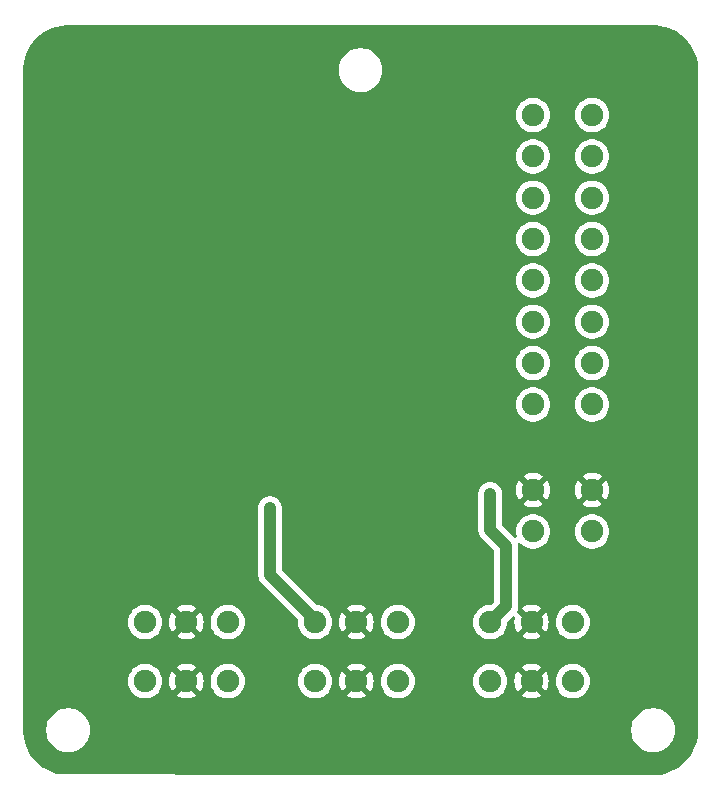
<source format=gbl>
G04 #@! TF.GenerationSoftware,KiCad,Pcbnew,8.0.6*
G04 #@! TF.CreationDate,2024-11-26T19:07:21-08:00*
G04 #@! TF.ProjectId,Constellation STAR LAF V1.0,436f6e73-7465-46c6-9c61-74696f6e2053,rev?*
G04 #@! TF.SameCoordinates,Original*
G04 #@! TF.FileFunction,Copper,L2,Bot*
G04 #@! TF.FilePolarity,Positive*
%FSLAX46Y46*%
G04 Gerber Fmt 4.6, Leading zero omitted, Abs format (unit mm)*
G04 Created by KiCad (PCBNEW 8.0.6) date 2024-11-26 19:07:21*
%MOMM*%
%LPD*%
G01*
G04 APERTURE LIST*
G04 #@! TA.AperFunction,ComponentPad*
%ADD10C,1.900000*%
G04 #@! TD*
G04 #@! TA.AperFunction,ViaPad*
%ADD11C,0.700000*%
G04 #@! TD*
G04 #@! TA.AperFunction,ViaPad*
%ADD12C,1.000000*%
G04 #@! TD*
G04 #@! TA.AperFunction,Conductor*
%ADD13C,1.000000*%
G04 #@! TD*
G04 APERTURE END LIST*
D10*
X68580000Y-64770000D03*
X73580000Y-64770000D03*
X68580000Y-68270000D03*
X73580000Y-68270000D03*
X71950000Y-75950000D03*
X71950000Y-80950000D03*
X68450000Y-75950000D03*
X68450000Y-80950000D03*
X64949999Y-75950000D03*
X64949999Y-80950000D03*
X42729209Y-75950000D03*
X42729209Y-80950000D03*
X39229209Y-75950000D03*
X39229209Y-80950000D03*
X35729208Y-75950000D03*
X35729208Y-80950000D03*
X68580000Y-33020000D03*
X73580000Y-33020000D03*
X68580000Y-36520000D03*
X73579999Y-36520001D03*
X68580000Y-40020002D03*
X73580000Y-40020002D03*
X68580000Y-43520003D03*
X73580000Y-43520003D03*
X68580000Y-47020003D03*
X73580000Y-47020003D03*
X68580000Y-50520003D03*
X73580000Y-50520003D03*
X68580000Y-54020004D03*
X73580000Y-54020004D03*
X68580000Y-57520005D03*
X73580000Y-57520005D03*
X57125000Y-75950000D03*
X57125000Y-80950000D03*
X53625000Y-75950000D03*
X53625000Y-80950000D03*
X50124999Y-75950000D03*
X50124999Y-80950000D03*
D11*
X61950000Y-70150000D03*
X64012499Y-72150000D03*
D12*
X56050000Y-72500000D03*
D11*
X51400000Y-70100000D03*
X53100000Y-63512500D03*
D12*
X46300000Y-66300000D03*
X64950000Y-65100000D03*
D13*
X46300000Y-71950000D02*
X50124999Y-75774999D01*
X50124999Y-75774999D02*
X50124999Y-75950000D01*
X46300000Y-66300000D02*
X46300000Y-71950000D01*
X64950000Y-65100000D02*
X64950000Y-68149998D01*
X64950000Y-68149998D02*
X66300000Y-69499998D01*
X66300000Y-69499998D02*
X66300000Y-74599999D01*
X66300000Y-74599999D02*
X64949999Y-75950000D01*
G04 #@! TA.AperFunction,Conductor*
G36*
X78740840Y-25400010D02*
G01*
X78933856Y-25402536D01*
X78945172Y-25403203D01*
X79329967Y-25443646D01*
X79342783Y-25445676D01*
X79720419Y-25525945D01*
X79732954Y-25529304D01*
X80100136Y-25648609D01*
X80112253Y-25653260D01*
X80464964Y-25810297D01*
X80476514Y-25816182D01*
X80810872Y-26009223D01*
X80821753Y-26016289D01*
X81134101Y-26243224D01*
X81144187Y-26251392D01*
X81431096Y-26509725D01*
X81440274Y-26518903D01*
X81698607Y-26805812D01*
X81706775Y-26815898D01*
X81933710Y-27128246D01*
X81940779Y-27139132D01*
X82133813Y-27473478D01*
X82139706Y-27485043D01*
X82296739Y-27837746D01*
X82301390Y-27849863D01*
X82420695Y-28217045D01*
X82424054Y-28229582D01*
X82502354Y-28597954D01*
X82505064Y-28623540D01*
X82550000Y-57225000D01*
X82550000Y-85089218D01*
X82549989Y-85090841D01*
X82547463Y-85283846D01*
X82546795Y-85295184D01*
X82506353Y-85679965D01*
X82504322Y-85692785D01*
X82424054Y-86070417D01*
X82420695Y-86082954D01*
X82301390Y-86450136D01*
X82296739Y-86462253D01*
X82139706Y-86814956D01*
X82133813Y-86826521D01*
X81940779Y-87160867D01*
X81933710Y-87171753D01*
X81706775Y-87484101D01*
X81698607Y-87494187D01*
X81440274Y-87781096D01*
X81431096Y-87790274D01*
X81144187Y-88048607D01*
X81134101Y-88056775D01*
X80821753Y-88283710D01*
X80810867Y-88290779D01*
X80476521Y-88483813D01*
X80464956Y-88489706D01*
X80112253Y-88646739D01*
X80100136Y-88651390D01*
X79732954Y-88770695D01*
X79720417Y-88774054D01*
X79342785Y-88854322D01*
X79329965Y-88856353D01*
X78945184Y-88896795D01*
X78933846Y-88897463D01*
X78747914Y-88899896D01*
X78740839Y-88899989D01*
X78739219Y-88900000D01*
X48280313Y-88900000D01*
X48279771Y-88899999D01*
X28426367Y-88813226D01*
X28401128Y-88810517D01*
X28229581Y-88774054D01*
X28217044Y-88770695D01*
X27849863Y-88651390D01*
X27837746Y-88646739D01*
X27485043Y-88489706D01*
X27473478Y-88483813D01*
X27139132Y-88290779D01*
X27128246Y-88283710D01*
X26815898Y-88056775D01*
X26805812Y-88048607D01*
X26518903Y-87790274D01*
X26509725Y-87781096D01*
X26251392Y-87494187D01*
X26243224Y-87484101D01*
X26016289Y-87171753D01*
X26009220Y-87160867D01*
X25863712Y-86908838D01*
X25816182Y-86826514D01*
X25810297Y-86814964D01*
X25653260Y-86462253D01*
X25648609Y-86450136D01*
X25529304Y-86082954D01*
X25525945Y-86070417D01*
X25445677Y-85692785D01*
X25443646Y-85679965D01*
X25403203Y-85295172D01*
X25402536Y-85283856D01*
X25400011Y-85090840D01*
X25400000Y-85089218D01*
X25400000Y-84968711D01*
X27359500Y-84968711D01*
X27359500Y-85211288D01*
X27391161Y-85451785D01*
X27453947Y-85686104D01*
X27546773Y-85910205D01*
X27546776Y-85910212D01*
X27668064Y-86120289D01*
X27668066Y-86120292D01*
X27668067Y-86120293D01*
X27815733Y-86312736D01*
X27815739Y-86312743D01*
X27987256Y-86484260D01*
X27987262Y-86484265D01*
X28179711Y-86631936D01*
X28389788Y-86753224D01*
X28613900Y-86846054D01*
X28848211Y-86908838D01*
X29028586Y-86932584D01*
X29088711Y-86940500D01*
X29088712Y-86940500D01*
X29331289Y-86940500D01*
X29379388Y-86934167D01*
X29571789Y-86908838D01*
X29806100Y-86846054D01*
X30030212Y-86753224D01*
X30240289Y-86631936D01*
X30432738Y-86484265D01*
X30604265Y-86312738D01*
X30751936Y-86120289D01*
X30873224Y-85910212D01*
X30966054Y-85686100D01*
X31028838Y-85451789D01*
X31060500Y-85211288D01*
X31060500Y-84968712D01*
X31060500Y-84968711D01*
X76889500Y-84968711D01*
X76889500Y-85211288D01*
X76921161Y-85451785D01*
X76983947Y-85686104D01*
X77076773Y-85910205D01*
X77076776Y-85910212D01*
X77198064Y-86120289D01*
X77198066Y-86120292D01*
X77198067Y-86120293D01*
X77345733Y-86312736D01*
X77345739Y-86312743D01*
X77517256Y-86484260D01*
X77517262Y-86484265D01*
X77709711Y-86631936D01*
X77919788Y-86753224D01*
X78143900Y-86846054D01*
X78378211Y-86908838D01*
X78558586Y-86932584D01*
X78618711Y-86940500D01*
X78618712Y-86940500D01*
X78861289Y-86940500D01*
X78909388Y-86934167D01*
X79101789Y-86908838D01*
X79336100Y-86846054D01*
X79560212Y-86753224D01*
X79770289Y-86631936D01*
X79962738Y-86484265D01*
X80134265Y-86312738D01*
X80281936Y-86120289D01*
X80403224Y-85910212D01*
X80496054Y-85686100D01*
X80558838Y-85451789D01*
X80590500Y-85211288D01*
X80590500Y-84968712D01*
X80558838Y-84728211D01*
X80496054Y-84493900D01*
X80403224Y-84269788D01*
X80281936Y-84059711D01*
X80134265Y-83867262D01*
X80134260Y-83867256D01*
X79962743Y-83695739D01*
X79962736Y-83695733D01*
X79770293Y-83548067D01*
X79770292Y-83548066D01*
X79770289Y-83548064D01*
X79560212Y-83426776D01*
X79560205Y-83426773D01*
X79336104Y-83333947D01*
X79101785Y-83271161D01*
X78861289Y-83239500D01*
X78861288Y-83239500D01*
X78618712Y-83239500D01*
X78618711Y-83239500D01*
X78378214Y-83271161D01*
X78143895Y-83333947D01*
X77919794Y-83426773D01*
X77919785Y-83426777D01*
X77709706Y-83548067D01*
X77517263Y-83695733D01*
X77517256Y-83695739D01*
X77345739Y-83867256D01*
X77345733Y-83867263D01*
X77198067Y-84059706D01*
X77076777Y-84269785D01*
X77076773Y-84269794D01*
X76983947Y-84493895D01*
X76921161Y-84728214D01*
X76889500Y-84968711D01*
X31060500Y-84968711D01*
X31028838Y-84728211D01*
X30966054Y-84493900D01*
X30873224Y-84269788D01*
X30751936Y-84059711D01*
X30604265Y-83867262D01*
X30604260Y-83867256D01*
X30432743Y-83695739D01*
X30432736Y-83695733D01*
X30240293Y-83548067D01*
X30240292Y-83548066D01*
X30240289Y-83548064D01*
X30030212Y-83426776D01*
X30030205Y-83426773D01*
X29806104Y-83333947D01*
X29571785Y-83271161D01*
X29331289Y-83239500D01*
X29331288Y-83239500D01*
X29088712Y-83239500D01*
X29088711Y-83239500D01*
X28848214Y-83271161D01*
X28613895Y-83333947D01*
X28389794Y-83426773D01*
X28389785Y-83426777D01*
X28179706Y-83548067D01*
X27987263Y-83695733D01*
X27987256Y-83695739D01*
X27815739Y-83867256D01*
X27815733Y-83867263D01*
X27668067Y-84059706D01*
X27546777Y-84269785D01*
X27546773Y-84269794D01*
X27453947Y-84493895D01*
X27391161Y-84728214D01*
X27359500Y-84968711D01*
X25400000Y-84968711D01*
X25400000Y-80949994D01*
X34273737Y-80949994D01*
X34273737Y-80950005D01*
X34293587Y-81189559D01*
X34352597Y-81422589D01*
X34449159Y-81642729D01*
X34541298Y-81783757D01*
X34580637Y-81843969D01*
X34743444Y-82020825D01*
X34743447Y-82020827D01*
X34743450Y-82020830D01*
X34933132Y-82168466D01*
X34933138Y-82168470D01*
X34933141Y-82168472D01*
X35144552Y-82282882D01*
X35144555Y-82282883D01*
X35371907Y-82360933D01*
X35371909Y-82360933D01*
X35371911Y-82360934D01*
X35609016Y-82400500D01*
X35609017Y-82400500D01*
X35849399Y-82400500D01*
X35849400Y-82400500D01*
X36086505Y-82360934D01*
X36313864Y-82282882D01*
X36525275Y-82168472D01*
X36525819Y-82168049D01*
X36588976Y-82118891D01*
X36714972Y-82020825D01*
X36877779Y-81843969D01*
X37009257Y-81642728D01*
X37105818Y-81422591D01*
X37164828Y-81189563D01*
X37184679Y-80950000D01*
X37184679Y-80949994D01*
X37774240Y-80949994D01*
X37774240Y-80950005D01*
X37794083Y-81189476D01*
X37853074Y-81422428D01*
X37949601Y-81642488D01*
X38041896Y-81783757D01*
X38664596Y-81161058D01*
X38670098Y-81181591D01*
X38749090Y-81318408D01*
X38860801Y-81430119D01*
X38997618Y-81509111D01*
X39018149Y-81514612D01*
X38394781Y-82137979D01*
X38433417Y-82168051D01*
X38644753Y-82282421D01*
X38644759Y-82282423D01*
X38872032Y-82360446D01*
X39109060Y-82400000D01*
X39349358Y-82400000D01*
X39586385Y-82360446D01*
X39813658Y-82282423D01*
X39813664Y-82282421D01*
X40025003Y-82168049D01*
X40025004Y-82168048D01*
X40063635Y-82137980D01*
X40063636Y-82137979D01*
X39440268Y-81514612D01*
X39460800Y-81509111D01*
X39597617Y-81430119D01*
X39709328Y-81318408D01*
X39788320Y-81181591D01*
X39793821Y-81161059D01*
X40416519Y-81783758D01*
X40508817Y-81642485D01*
X40605343Y-81422428D01*
X40664334Y-81189476D01*
X40684178Y-80950005D01*
X40684178Y-80949994D01*
X41273738Y-80949994D01*
X41273738Y-80950005D01*
X41293588Y-81189559D01*
X41352598Y-81422589D01*
X41449160Y-81642729D01*
X41541299Y-81783757D01*
X41580638Y-81843969D01*
X41743445Y-82020825D01*
X41743448Y-82020827D01*
X41743451Y-82020830D01*
X41933133Y-82168466D01*
X41933139Y-82168470D01*
X41933142Y-82168472D01*
X42144553Y-82282882D01*
X42144556Y-82282883D01*
X42371908Y-82360933D01*
X42371910Y-82360933D01*
X42371912Y-82360934D01*
X42609017Y-82400500D01*
X42609018Y-82400500D01*
X42849400Y-82400500D01*
X42849401Y-82400500D01*
X43086506Y-82360934D01*
X43313865Y-82282882D01*
X43525276Y-82168472D01*
X43525820Y-82168049D01*
X43588977Y-82118891D01*
X43714973Y-82020825D01*
X43877780Y-81843969D01*
X44009258Y-81642728D01*
X44105819Y-81422591D01*
X44164829Y-81189563D01*
X44184680Y-80950000D01*
X44184680Y-80949994D01*
X48669528Y-80949994D01*
X48669528Y-80950005D01*
X48689378Y-81189559D01*
X48748388Y-81422589D01*
X48844950Y-81642729D01*
X48937089Y-81783757D01*
X48976428Y-81843969D01*
X49139235Y-82020825D01*
X49139238Y-82020827D01*
X49139241Y-82020830D01*
X49328923Y-82168466D01*
X49328929Y-82168470D01*
X49328932Y-82168472D01*
X49540343Y-82282882D01*
X49540346Y-82282883D01*
X49767698Y-82360933D01*
X49767700Y-82360933D01*
X49767702Y-82360934D01*
X50004807Y-82400500D01*
X50004808Y-82400500D01*
X50245190Y-82400500D01*
X50245191Y-82400500D01*
X50482296Y-82360934D01*
X50709655Y-82282882D01*
X50921066Y-82168472D01*
X50921610Y-82168049D01*
X50984767Y-82118891D01*
X51110763Y-82020825D01*
X51273570Y-81843969D01*
X51405048Y-81642728D01*
X51501609Y-81422591D01*
X51560619Y-81189563D01*
X51580470Y-80950000D01*
X51580470Y-80949994D01*
X52170031Y-80949994D01*
X52170031Y-80950005D01*
X52189874Y-81189476D01*
X52248865Y-81422428D01*
X52345392Y-81642488D01*
X52437687Y-81783757D01*
X53060387Y-81161058D01*
X53065889Y-81181591D01*
X53144881Y-81318408D01*
X53256592Y-81430119D01*
X53393409Y-81509111D01*
X53413940Y-81514612D01*
X52790572Y-82137979D01*
X52829208Y-82168051D01*
X53040544Y-82282421D01*
X53040550Y-82282423D01*
X53267823Y-82360446D01*
X53504851Y-82400000D01*
X53745149Y-82400000D01*
X53982176Y-82360446D01*
X54209449Y-82282423D01*
X54209455Y-82282421D01*
X54420794Y-82168049D01*
X54420795Y-82168048D01*
X54459426Y-82137980D01*
X54459427Y-82137979D01*
X53836059Y-81514612D01*
X53856591Y-81509111D01*
X53993408Y-81430119D01*
X54105119Y-81318408D01*
X54184111Y-81181591D01*
X54189612Y-81161060D01*
X54812310Y-81783758D01*
X54904608Y-81642485D01*
X55001134Y-81422428D01*
X55060125Y-81189476D01*
X55079969Y-80950005D01*
X55079969Y-80949994D01*
X55669529Y-80949994D01*
X55669529Y-80950005D01*
X55689379Y-81189559D01*
X55748389Y-81422589D01*
X55844951Y-81642729D01*
X55937090Y-81783757D01*
X55976429Y-81843969D01*
X56139236Y-82020825D01*
X56139239Y-82020827D01*
X56139242Y-82020830D01*
X56328924Y-82168466D01*
X56328930Y-82168470D01*
X56328933Y-82168472D01*
X56540344Y-82282882D01*
X56540347Y-82282883D01*
X56767699Y-82360933D01*
X56767701Y-82360933D01*
X56767703Y-82360934D01*
X57004808Y-82400500D01*
X57004809Y-82400500D01*
X57245191Y-82400500D01*
X57245192Y-82400500D01*
X57482297Y-82360934D01*
X57709656Y-82282882D01*
X57921067Y-82168472D01*
X57921611Y-82168049D01*
X57984768Y-82118891D01*
X58110764Y-82020825D01*
X58273571Y-81843969D01*
X58405049Y-81642728D01*
X58501610Y-81422591D01*
X58560620Y-81189563D01*
X58580471Y-80950000D01*
X58580471Y-80949994D01*
X63494528Y-80949994D01*
X63494528Y-80950005D01*
X63514378Y-81189559D01*
X63573388Y-81422589D01*
X63669950Y-81642729D01*
X63762089Y-81783757D01*
X63801428Y-81843969D01*
X63964235Y-82020825D01*
X63964238Y-82020827D01*
X63964241Y-82020830D01*
X64153923Y-82168466D01*
X64153929Y-82168470D01*
X64153932Y-82168472D01*
X64365343Y-82282882D01*
X64365346Y-82282883D01*
X64592698Y-82360933D01*
X64592700Y-82360933D01*
X64592702Y-82360934D01*
X64829807Y-82400500D01*
X64829808Y-82400500D01*
X65070190Y-82400500D01*
X65070191Y-82400500D01*
X65307296Y-82360934D01*
X65534655Y-82282882D01*
X65746066Y-82168472D01*
X65746610Y-82168049D01*
X65809767Y-82118891D01*
X65935763Y-82020825D01*
X66098570Y-81843969D01*
X66230048Y-81642728D01*
X66326609Y-81422591D01*
X66385619Y-81189563D01*
X66405470Y-80950000D01*
X66405470Y-80949994D01*
X66995031Y-80949994D01*
X66995031Y-80950005D01*
X67014874Y-81189476D01*
X67073865Y-81422428D01*
X67170392Y-81642488D01*
X67262687Y-81783757D01*
X67885387Y-81161058D01*
X67890889Y-81181591D01*
X67969881Y-81318408D01*
X68081592Y-81430119D01*
X68218409Y-81509111D01*
X68238940Y-81514612D01*
X67615572Y-82137979D01*
X67654208Y-82168051D01*
X67865544Y-82282421D01*
X67865550Y-82282423D01*
X68092823Y-82360446D01*
X68329851Y-82400000D01*
X68570149Y-82400000D01*
X68807176Y-82360446D01*
X69034449Y-82282423D01*
X69034455Y-82282421D01*
X69245794Y-82168049D01*
X69245795Y-82168048D01*
X69284426Y-82137980D01*
X69284427Y-82137979D01*
X68661059Y-81514612D01*
X68681591Y-81509111D01*
X68818408Y-81430119D01*
X68930119Y-81318408D01*
X69009111Y-81181591D01*
X69014612Y-81161060D01*
X69637310Y-81783758D01*
X69729608Y-81642485D01*
X69826134Y-81422428D01*
X69885125Y-81189476D01*
X69904969Y-80950005D01*
X69904969Y-80949994D01*
X70494529Y-80949994D01*
X70494529Y-80950005D01*
X70514379Y-81189559D01*
X70573389Y-81422589D01*
X70669951Y-81642729D01*
X70762090Y-81783757D01*
X70801429Y-81843969D01*
X70964236Y-82020825D01*
X70964239Y-82020827D01*
X70964242Y-82020830D01*
X71153924Y-82168466D01*
X71153930Y-82168470D01*
X71153933Y-82168472D01*
X71365344Y-82282882D01*
X71365347Y-82282883D01*
X71592699Y-82360933D01*
X71592701Y-82360933D01*
X71592703Y-82360934D01*
X71829808Y-82400500D01*
X71829809Y-82400500D01*
X72070191Y-82400500D01*
X72070192Y-82400500D01*
X72307297Y-82360934D01*
X72534656Y-82282882D01*
X72746067Y-82168472D01*
X72746611Y-82168049D01*
X72809768Y-82118891D01*
X72935764Y-82020825D01*
X73098571Y-81843969D01*
X73230049Y-81642728D01*
X73326610Y-81422591D01*
X73385620Y-81189563D01*
X73405471Y-80950000D01*
X73385620Y-80710437D01*
X73326610Y-80477409D01*
X73230049Y-80257272D01*
X73098571Y-80056031D01*
X72935764Y-79879175D01*
X72935759Y-79879171D01*
X72935757Y-79879169D01*
X72746075Y-79731533D01*
X72746069Y-79731529D01*
X72534657Y-79617118D01*
X72534652Y-79617116D01*
X72307300Y-79539066D01*
X72129468Y-79509391D01*
X72070192Y-79499500D01*
X71829808Y-79499500D01*
X71782387Y-79507413D01*
X71592699Y-79539066D01*
X71365347Y-79617116D01*
X71365342Y-79617118D01*
X71153930Y-79731529D01*
X71153924Y-79731533D01*
X70964242Y-79879169D01*
X70964239Y-79879172D01*
X70801430Y-80056029D01*
X70801427Y-80056033D01*
X70669951Y-80257270D01*
X70573389Y-80477410D01*
X70514379Y-80710440D01*
X70494529Y-80949994D01*
X69904969Y-80949994D01*
X69885125Y-80710523D01*
X69826134Y-80477571D01*
X69729607Y-80257511D01*
X69637310Y-80116240D01*
X69014612Y-80738939D01*
X69009111Y-80718409D01*
X68930119Y-80581592D01*
X68818408Y-80469881D01*
X68681591Y-80390889D01*
X68661059Y-80385387D01*
X69284426Y-79762019D01*
X69284426Y-79762017D01*
X69245801Y-79731954D01*
X69245795Y-79731950D01*
X69034455Y-79617578D01*
X69034449Y-79617576D01*
X68807176Y-79539553D01*
X68570149Y-79500000D01*
X68329851Y-79500000D01*
X68092823Y-79539553D01*
X67865550Y-79617576D01*
X67865544Y-79617578D01*
X67654209Y-79731948D01*
X67615571Y-79762019D01*
X68238940Y-80385387D01*
X68218409Y-80390889D01*
X68081592Y-80469881D01*
X67969881Y-80581592D01*
X67890889Y-80718409D01*
X67885387Y-80738940D01*
X67262688Y-80116241D01*
X67170392Y-80257511D01*
X67073865Y-80477571D01*
X67014874Y-80710523D01*
X66995031Y-80949994D01*
X66405470Y-80949994D01*
X66385619Y-80710437D01*
X66326609Y-80477409D01*
X66230048Y-80257272D01*
X66098570Y-80056031D01*
X65935763Y-79879175D01*
X65935758Y-79879171D01*
X65935756Y-79879169D01*
X65746074Y-79731533D01*
X65746068Y-79731529D01*
X65534656Y-79617118D01*
X65534651Y-79617116D01*
X65307299Y-79539066D01*
X65129467Y-79509391D01*
X65070191Y-79499500D01*
X64829807Y-79499500D01*
X64782386Y-79507413D01*
X64592698Y-79539066D01*
X64365346Y-79617116D01*
X64365341Y-79617118D01*
X64153929Y-79731529D01*
X64153923Y-79731533D01*
X63964241Y-79879169D01*
X63964238Y-79879172D01*
X63801429Y-80056029D01*
X63801426Y-80056033D01*
X63669950Y-80257270D01*
X63573388Y-80477410D01*
X63514378Y-80710440D01*
X63494528Y-80949994D01*
X58580471Y-80949994D01*
X58560620Y-80710437D01*
X58501610Y-80477409D01*
X58405049Y-80257272D01*
X58273571Y-80056031D01*
X58110764Y-79879175D01*
X58110759Y-79879171D01*
X58110757Y-79879169D01*
X57921075Y-79731533D01*
X57921069Y-79731529D01*
X57709657Y-79617118D01*
X57709652Y-79617116D01*
X57482300Y-79539066D01*
X57304468Y-79509391D01*
X57245192Y-79499500D01*
X57004808Y-79499500D01*
X56957387Y-79507413D01*
X56767699Y-79539066D01*
X56540347Y-79617116D01*
X56540342Y-79617118D01*
X56328930Y-79731529D01*
X56328924Y-79731533D01*
X56139242Y-79879169D01*
X56139239Y-79879172D01*
X55976430Y-80056029D01*
X55976427Y-80056033D01*
X55844951Y-80257270D01*
X55748389Y-80477410D01*
X55689379Y-80710440D01*
X55669529Y-80949994D01*
X55079969Y-80949994D01*
X55060125Y-80710523D01*
X55001134Y-80477571D01*
X54904607Y-80257511D01*
X54812310Y-80116240D01*
X54189612Y-80738939D01*
X54184111Y-80718409D01*
X54105119Y-80581592D01*
X53993408Y-80469881D01*
X53856591Y-80390889D01*
X53836059Y-80385387D01*
X54459426Y-79762019D01*
X54459426Y-79762017D01*
X54420801Y-79731954D01*
X54420795Y-79731950D01*
X54209455Y-79617578D01*
X54209449Y-79617576D01*
X53982176Y-79539553D01*
X53745149Y-79500000D01*
X53504851Y-79500000D01*
X53267823Y-79539553D01*
X53040550Y-79617576D01*
X53040544Y-79617578D01*
X52829209Y-79731948D01*
X52790571Y-79762019D01*
X53413940Y-80385387D01*
X53393409Y-80390889D01*
X53256592Y-80469881D01*
X53144881Y-80581592D01*
X53065889Y-80718409D01*
X53060387Y-80738940D01*
X52437688Y-80116241D01*
X52345392Y-80257511D01*
X52248865Y-80477571D01*
X52189874Y-80710523D01*
X52170031Y-80949994D01*
X51580470Y-80949994D01*
X51560619Y-80710437D01*
X51501609Y-80477409D01*
X51405048Y-80257272D01*
X51273570Y-80056031D01*
X51110763Y-79879175D01*
X51110758Y-79879171D01*
X51110756Y-79879169D01*
X50921074Y-79731533D01*
X50921068Y-79731529D01*
X50709656Y-79617118D01*
X50709651Y-79617116D01*
X50482299Y-79539066D01*
X50304467Y-79509391D01*
X50245191Y-79499500D01*
X50004807Y-79499500D01*
X49957386Y-79507413D01*
X49767698Y-79539066D01*
X49540346Y-79617116D01*
X49540341Y-79617118D01*
X49328929Y-79731529D01*
X49328923Y-79731533D01*
X49139241Y-79879169D01*
X49139238Y-79879172D01*
X48976429Y-80056029D01*
X48976426Y-80056033D01*
X48844950Y-80257270D01*
X48748388Y-80477410D01*
X48689378Y-80710440D01*
X48669528Y-80949994D01*
X44184680Y-80949994D01*
X44164829Y-80710437D01*
X44105819Y-80477409D01*
X44009258Y-80257272D01*
X43877780Y-80056031D01*
X43714973Y-79879175D01*
X43714968Y-79879171D01*
X43714966Y-79879169D01*
X43525284Y-79731533D01*
X43525278Y-79731529D01*
X43313866Y-79617118D01*
X43313861Y-79617116D01*
X43086509Y-79539066D01*
X42908677Y-79509391D01*
X42849401Y-79499500D01*
X42609017Y-79499500D01*
X42561596Y-79507413D01*
X42371908Y-79539066D01*
X42144556Y-79617116D01*
X42144551Y-79617118D01*
X41933139Y-79731529D01*
X41933133Y-79731533D01*
X41743451Y-79879169D01*
X41743448Y-79879172D01*
X41580639Y-80056029D01*
X41580636Y-80056033D01*
X41449160Y-80257270D01*
X41352598Y-80477410D01*
X41293588Y-80710440D01*
X41273738Y-80949994D01*
X40684178Y-80949994D01*
X40664334Y-80710523D01*
X40605343Y-80477571D01*
X40508816Y-80257511D01*
X40416519Y-80116240D01*
X39793821Y-80738939D01*
X39788320Y-80718409D01*
X39709328Y-80581592D01*
X39597617Y-80469881D01*
X39460800Y-80390889D01*
X39440268Y-80385387D01*
X40063635Y-79762019D01*
X40063635Y-79762017D01*
X40025010Y-79731954D01*
X40025004Y-79731950D01*
X39813664Y-79617578D01*
X39813658Y-79617576D01*
X39586385Y-79539553D01*
X39349358Y-79500000D01*
X39109060Y-79500000D01*
X38872032Y-79539553D01*
X38644759Y-79617576D01*
X38644753Y-79617578D01*
X38433418Y-79731948D01*
X38394780Y-79762019D01*
X39018149Y-80385387D01*
X38997618Y-80390889D01*
X38860801Y-80469881D01*
X38749090Y-80581592D01*
X38670098Y-80718409D01*
X38664596Y-80738940D01*
X38041897Y-80116241D01*
X37949601Y-80257511D01*
X37853074Y-80477571D01*
X37794083Y-80710523D01*
X37774240Y-80949994D01*
X37184679Y-80949994D01*
X37164828Y-80710437D01*
X37105818Y-80477409D01*
X37009257Y-80257272D01*
X36877779Y-80056031D01*
X36714972Y-79879175D01*
X36714967Y-79879171D01*
X36714965Y-79879169D01*
X36525283Y-79731533D01*
X36525277Y-79731529D01*
X36313865Y-79617118D01*
X36313860Y-79617116D01*
X36086508Y-79539066D01*
X35908676Y-79509391D01*
X35849400Y-79499500D01*
X35609016Y-79499500D01*
X35561595Y-79507413D01*
X35371907Y-79539066D01*
X35144555Y-79617116D01*
X35144550Y-79617118D01*
X34933138Y-79731529D01*
X34933132Y-79731533D01*
X34743450Y-79879169D01*
X34743447Y-79879172D01*
X34580638Y-80056029D01*
X34580635Y-80056033D01*
X34449159Y-80257270D01*
X34352597Y-80477410D01*
X34293587Y-80710440D01*
X34273737Y-80949994D01*
X25400000Y-80949994D01*
X25400000Y-75949994D01*
X34273737Y-75949994D01*
X34273737Y-75950005D01*
X34293587Y-76189559D01*
X34352597Y-76422589D01*
X34449159Y-76642729D01*
X34541298Y-76783757D01*
X34580637Y-76843969D01*
X34743444Y-77020825D01*
X34743447Y-77020827D01*
X34743450Y-77020830D01*
X34933132Y-77168466D01*
X34933138Y-77168470D01*
X34933141Y-77168472D01*
X35144552Y-77282882D01*
X35144555Y-77282883D01*
X35371907Y-77360933D01*
X35371909Y-77360933D01*
X35371911Y-77360934D01*
X35609016Y-77400500D01*
X35609017Y-77400500D01*
X35849399Y-77400500D01*
X35849400Y-77400500D01*
X36086505Y-77360934D01*
X36313864Y-77282882D01*
X36525275Y-77168472D01*
X36525819Y-77168049D01*
X36588976Y-77118891D01*
X36714972Y-77020825D01*
X36877779Y-76843969D01*
X37009257Y-76642728D01*
X37105818Y-76422591D01*
X37164828Y-76189563D01*
X37178134Y-76028991D01*
X37184679Y-75950005D01*
X37184679Y-75949994D01*
X37774240Y-75949994D01*
X37774240Y-75950005D01*
X37794083Y-76189476D01*
X37853074Y-76422428D01*
X37949601Y-76642488D01*
X38041896Y-76783757D01*
X38664596Y-76161058D01*
X38670098Y-76181591D01*
X38749090Y-76318408D01*
X38860801Y-76430119D01*
X38997618Y-76509111D01*
X39018149Y-76514612D01*
X38394781Y-77137979D01*
X38433417Y-77168051D01*
X38644753Y-77282421D01*
X38644759Y-77282423D01*
X38872032Y-77360446D01*
X39109060Y-77400000D01*
X39349358Y-77400000D01*
X39586385Y-77360446D01*
X39813658Y-77282423D01*
X39813664Y-77282421D01*
X40025003Y-77168049D01*
X40025004Y-77168048D01*
X40063635Y-77137980D01*
X40063636Y-77137979D01*
X39440268Y-76514612D01*
X39460800Y-76509111D01*
X39597617Y-76430119D01*
X39709328Y-76318408D01*
X39788320Y-76181591D01*
X39793821Y-76161059D01*
X40416519Y-76783758D01*
X40508817Y-76642485D01*
X40605343Y-76422428D01*
X40664334Y-76189476D01*
X40684178Y-75950005D01*
X40684178Y-75949994D01*
X41273738Y-75949994D01*
X41273738Y-75950005D01*
X41293588Y-76189559D01*
X41352598Y-76422589D01*
X41449160Y-76642729D01*
X41541299Y-76783757D01*
X41580638Y-76843969D01*
X41743445Y-77020825D01*
X41743448Y-77020827D01*
X41743451Y-77020830D01*
X41933133Y-77168466D01*
X41933139Y-77168470D01*
X41933142Y-77168472D01*
X42144553Y-77282882D01*
X42144556Y-77282883D01*
X42371908Y-77360933D01*
X42371910Y-77360933D01*
X42371912Y-77360934D01*
X42609017Y-77400500D01*
X42609018Y-77400500D01*
X42849400Y-77400500D01*
X42849401Y-77400500D01*
X43086506Y-77360934D01*
X43313865Y-77282882D01*
X43525276Y-77168472D01*
X43525820Y-77168049D01*
X43588977Y-77118891D01*
X43714973Y-77020825D01*
X43877780Y-76843969D01*
X44009258Y-76642728D01*
X44105819Y-76422591D01*
X44164829Y-76189563D01*
X44178135Y-76028991D01*
X44184680Y-75950005D01*
X44184680Y-75949994D01*
X44168185Y-75750943D01*
X44164829Y-75710437D01*
X44105819Y-75477409D01*
X44009258Y-75257272D01*
X43877780Y-75056031D01*
X43714973Y-74879175D01*
X43714968Y-74879171D01*
X43714966Y-74879169D01*
X43525284Y-74731533D01*
X43525278Y-74731529D01*
X43313866Y-74617118D01*
X43313861Y-74617116D01*
X43086509Y-74539066D01*
X42908677Y-74509391D01*
X42849401Y-74499500D01*
X42609017Y-74499500D01*
X42561596Y-74507413D01*
X42371908Y-74539066D01*
X42144556Y-74617116D01*
X42144551Y-74617118D01*
X41933139Y-74731529D01*
X41933133Y-74731533D01*
X41743451Y-74879169D01*
X41743448Y-74879172D01*
X41580639Y-75056029D01*
X41580636Y-75056033D01*
X41449160Y-75257270D01*
X41352598Y-75477410D01*
X41293588Y-75710440D01*
X41273738Y-75949994D01*
X40684178Y-75949994D01*
X40664334Y-75710523D01*
X40605343Y-75477571D01*
X40508816Y-75257511D01*
X40416519Y-75116240D01*
X39793821Y-75738939D01*
X39788320Y-75718409D01*
X39709328Y-75581592D01*
X39597617Y-75469881D01*
X39460800Y-75390889D01*
X39440268Y-75385387D01*
X40063635Y-74762019D01*
X40063635Y-74762017D01*
X40025010Y-74731954D01*
X40025004Y-74731950D01*
X39813664Y-74617578D01*
X39813658Y-74617576D01*
X39586385Y-74539553D01*
X39349358Y-74500000D01*
X39109060Y-74500000D01*
X38872032Y-74539553D01*
X38644759Y-74617576D01*
X38644753Y-74617578D01*
X38433418Y-74731948D01*
X38394780Y-74762019D01*
X39018149Y-75385387D01*
X38997618Y-75390889D01*
X38860801Y-75469881D01*
X38749090Y-75581592D01*
X38670098Y-75718409D01*
X38664596Y-75738940D01*
X38041897Y-75116241D01*
X37949601Y-75257511D01*
X37853074Y-75477571D01*
X37794083Y-75710523D01*
X37774240Y-75949994D01*
X37184679Y-75949994D01*
X37168184Y-75750943D01*
X37164828Y-75710437D01*
X37105818Y-75477409D01*
X37009257Y-75257272D01*
X36877779Y-75056031D01*
X36714972Y-74879175D01*
X36714967Y-74879171D01*
X36714965Y-74879169D01*
X36525283Y-74731533D01*
X36525277Y-74731529D01*
X36313865Y-74617118D01*
X36313860Y-74617116D01*
X36086508Y-74539066D01*
X35908676Y-74509391D01*
X35849400Y-74499500D01*
X35609016Y-74499500D01*
X35561595Y-74507413D01*
X35371907Y-74539066D01*
X35144555Y-74617116D01*
X35144550Y-74617118D01*
X34933138Y-74731529D01*
X34933132Y-74731533D01*
X34743450Y-74879169D01*
X34743447Y-74879172D01*
X34580638Y-75056029D01*
X34580635Y-75056033D01*
X34449159Y-75257270D01*
X34352597Y-75477410D01*
X34293587Y-75710440D01*
X34273737Y-75949994D01*
X25400000Y-75949994D01*
X25400000Y-66299999D01*
X45294659Y-66299999D01*
X45298903Y-66343090D01*
X45299500Y-66355244D01*
X45299500Y-72048541D01*
X45299500Y-72048543D01*
X45299499Y-72048543D01*
X45337947Y-72241829D01*
X45337950Y-72241839D01*
X45413364Y-72423907D01*
X45413371Y-72423920D01*
X45522859Y-72587780D01*
X45522860Y-72587781D01*
X45522861Y-72587782D01*
X45662218Y-72727139D01*
X45662219Y-72727139D01*
X45669286Y-72734206D01*
X45669285Y-72734206D01*
X45669289Y-72734209D01*
X48645380Y-75710301D01*
X48678865Y-75771624D01*
X48681275Y-75808220D01*
X48669529Y-75949994D01*
X48669528Y-75950005D01*
X48689378Y-76189559D01*
X48748388Y-76422589D01*
X48844950Y-76642729D01*
X48937089Y-76783757D01*
X48976428Y-76843969D01*
X49139235Y-77020825D01*
X49139238Y-77020827D01*
X49139241Y-77020830D01*
X49328923Y-77168466D01*
X49328929Y-77168470D01*
X49328932Y-77168472D01*
X49540343Y-77282882D01*
X49540346Y-77282883D01*
X49767698Y-77360933D01*
X49767700Y-77360933D01*
X49767702Y-77360934D01*
X50004807Y-77400500D01*
X50004808Y-77400500D01*
X50245190Y-77400500D01*
X50245191Y-77400500D01*
X50482296Y-77360934D01*
X50709655Y-77282882D01*
X50921066Y-77168472D01*
X50921610Y-77168049D01*
X50984767Y-77118891D01*
X51110763Y-77020825D01*
X51273570Y-76843969D01*
X51405048Y-76642728D01*
X51501609Y-76422591D01*
X51560619Y-76189563D01*
X51573925Y-76028991D01*
X51580470Y-75950005D01*
X51580470Y-75949994D01*
X52170031Y-75949994D01*
X52170031Y-75950005D01*
X52189874Y-76189476D01*
X52248865Y-76422428D01*
X52345392Y-76642488D01*
X52437687Y-76783757D01*
X53060387Y-76161058D01*
X53065889Y-76181591D01*
X53144881Y-76318408D01*
X53256592Y-76430119D01*
X53393409Y-76509111D01*
X53413940Y-76514612D01*
X52790572Y-77137979D01*
X52829208Y-77168051D01*
X53040544Y-77282421D01*
X53040550Y-77282423D01*
X53267823Y-77360446D01*
X53504851Y-77400000D01*
X53745149Y-77400000D01*
X53982176Y-77360446D01*
X54209449Y-77282423D01*
X54209455Y-77282421D01*
X54420794Y-77168049D01*
X54420795Y-77168048D01*
X54459426Y-77137980D01*
X54459427Y-77137979D01*
X53836059Y-76514612D01*
X53856591Y-76509111D01*
X53993408Y-76430119D01*
X54105119Y-76318408D01*
X54184111Y-76181591D01*
X54189612Y-76161060D01*
X54812310Y-76783758D01*
X54904608Y-76642485D01*
X55001134Y-76422428D01*
X55060125Y-76189476D01*
X55079969Y-75950005D01*
X55079969Y-75949994D01*
X55669529Y-75949994D01*
X55669529Y-75950005D01*
X55689379Y-76189559D01*
X55748389Y-76422589D01*
X55844951Y-76642729D01*
X55937090Y-76783757D01*
X55976429Y-76843969D01*
X56139236Y-77020825D01*
X56139239Y-77020827D01*
X56139242Y-77020830D01*
X56328924Y-77168466D01*
X56328930Y-77168470D01*
X56328933Y-77168472D01*
X56540344Y-77282882D01*
X56540347Y-77282883D01*
X56767699Y-77360933D01*
X56767701Y-77360933D01*
X56767703Y-77360934D01*
X57004808Y-77400500D01*
X57004809Y-77400500D01*
X57245191Y-77400500D01*
X57245192Y-77400500D01*
X57482297Y-77360934D01*
X57709656Y-77282882D01*
X57921067Y-77168472D01*
X57921611Y-77168049D01*
X57984768Y-77118891D01*
X58110764Y-77020825D01*
X58273571Y-76843969D01*
X58405049Y-76642728D01*
X58501610Y-76422591D01*
X58560620Y-76189563D01*
X58573926Y-76028991D01*
X58580471Y-75950005D01*
X58580471Y-75949994D01*
X63494528Y-75949994D01*
X63494528Y-75950005D01*
X63514378Y-76189559D01*
X63573388Y-76422589D01*
X63669950Y-76642729D01*
X63762089Y-76783757D01*
X63801428Y-76843969D01*
X63964235Y-77020825D01*
X63964238Y-77020827D01*
X63964241Y-77020830D01*
X64153923Y-77168466D01*
X64153929Y-77168470D01*
X64153932Y-77168472D01*
X64365343Y-77282882D01*
X64365346Y-77282883D01*
X64592698Y-77360933D01*
X64592700Y-77360933D01*
X64592702Y-77360934D01*
X64829807Y-77400500D01*
X64829808Y-77400500D01*
X65070190Y-77400500D01*
X65070191Y-77400500D01*
X65307296Y-77360934D01*
X65534655Y-77282882D01*
X65746066Y-77168472D01*
X65746610Y-77168049D01*
X65809767Y-77118891D01*
X65935763Y-77020825D01*
X66098570Y-76843969D01*
X66230048Y-76642728D01*
X66326609Y-76422591D01*
X66385619Y-76189563D01*
X66405380Y-75951082D01*
X66430533Y-75885898D01*
X66441267Y-75873651D01*
X66835633Y-75479285D01*
X66896954Y-75445802D01*
X66966646Y-75450786D01*
X67022579Y-75492658D01*
X67046996Y-75558122D01*
X67043518Y-75597407D01*
X67014874Y-75710521D01*
X66995031Y-75949994D01*
X66995031Y-75950005D01*
X67014874Y-76189476D01*
X67073865Y-76422428D01*
X67170392Y-76642488D01*
X67262687Y-76783757D01*
X67885387Y-76161058D01*
X67890889Y-76181591D01*
X67969881Y-76318408D01*
X68081592Y-76430119D01*
X68218409Y-76509111D01*
X68238940Y-76514612D01*
X67615572Y-77137979D01*
X67654208Y-77168051D01*
X67865544Y-77282421D01*
X67865550Y-77282423D01*
X68092823Y-77360446D01*
X68329851Y-77400000D01*
X68570149Y-77400000D01*
X68807176Y-77360446D01*
X69034449Y-77282423D01*
X69034455Y-77282421D01*
X69245794Y-77168049D01*
X69245795Y-77168048D01*
X69284426Y-77137980D01*
X69284427Y-77137979D01*
X68661059Y-76514612D01*
X68681591Y-76509111D01*
X68818408Y-76430119D01*
X68930119Y-76318408D01*
X69009111Y-76181591D01*
X69014612Y-76161060D01*
X69637310Y-76783758D01*
X69729608Y-76642485D01*
X69826134Y-76422428D01*
X69885125Y-76189476D01*
X69904969Y-75950005D01*
X69904969Y-75949994D01*
X70494529Y-75949994D01*
X70494529Y-75950005D01*
X70514379Y-76189559D01*
X70573389Y-76422589D01*
X70669951Y-76642729D01*
X70762090Y-76783757D01*
X70801429Y-76843969D01*
X70964236Y-77020825D01*
X70964239Y-77020827D01*
X70964242Y-77020830D01*
X71153924Y-77168466D01*
X71153930Y-77168470D01*
X71153933Y-77168472D01*
X71365344Y-77282882D01*
X71365347Y-77282883D01*
X71592699Y-77360933D01*
X71592701Y-77360933D01*
X71592703Y-77360934D01*
X71829808Y-77400500D01*
X71829809Y-77400500D01*
X72070191Y-77400500D01*
X72070192Y-77400500D01*
X72307297Y-77360934D01*
X72534656Y-77282882D01*
X72746067Y-77168472D01*
X72746611Y-77168049D01*
X72809768Y-77118891D01*
X72935764Y-77020825D01*
X73098571Y-76843969D01*
X73230049Y-76642728D01*
X73326610Y-76422591D01*
X73385620Y-76189563D01*
X73398926Y-76028991D01*
X73405471Y-75950005D01*
X73405471Y-75949994D01*
X73388976Y-75750943D01*
X73385620Y-75710437D01*
X73326610Y-75477409D01*
X73230049Y-75257272D01*
X73098571Y-75056031D01*
X72935764Y-74879175D01*
X72935759Y-74879171D01*
X72935757Y-74879169D01*
X72746075Y-74731533D01*
X72746069Y-74731529D01*
X72534657Y-74617118D01*
X72534652Y-74617116D01*
X72307300Y-74539066D01*
X72129468Y-74509391D01*
X72070192Y-74499500D01*
X71829808Y-74499500D01*
X71782387Y-74507413D01*
X71592699Y-74539066D01*
X71365347Y-74617116D01*
X71365342Y-74617118D01*
X71153930Y-74731529D01*
X71153924Y-74731533D01*
X70964242Y-74879169D01*
X70964239Y-74879172D01*
X70801430Y-75056029D01*
X70801427Y-75056033D01*
X70669951Y-75257270D01*
X70573389Y-75477410D01*
X70514379Y-75710440D01*
X70494529Y-75949994D01*
X69904969Y-75949994D01*
X69885125Y-75710523D01*
X69826134Y-75477571D01*
X69729607Y-75257511D01*
X69637310Y-75116240D01*
X69014612Y-75738939D01*
X69009111Y-75718409D01*
X68930119Y-75581592D01*
X68818408Y-75469881D01*
X68681591Y-75390889D01*
X68661059Y-75385387D01*
X69284426Y-74762019D01*
X69284426Y-74762017D01*
X69245801Y-74731954D01*
X69245795Y-74731950D01*
X69034455Y-74617578D01*
X69034449Y-74617576D01*
X68807176Y-74539553D01*
X68570149Y-74500000D01*
X68329851Y-74500000D01*
X68092823Y-74539553D01*
X67865550Y-74617576D01*
X67865544Y-74617578D01*
X67654209Y-74731948D01*
X67615571Y-74762019D01*
X68238940Y-75385387D01*
X68218409Y-75390889D01*
X68081592Y-75469881D01*
X67969881Y-75581592D01*
X67890889Y-75718409D01*
X67885387Y-75738940D01*
X67255097Y-75108650D01*
X67221612Y-75047327D01*
X67226596Y-74977635D01*
X67228217Y-74973516D01*
X67262051Y-74891834D01*
X67287873Y-74762019D01*
X67300500Y-74698542D01*
X67300500Y-69401455D01*
X67290267Y-69350015D01*
X67296494Y-69280423D01*
X67339356Y-69225245D01*
X67405245Y-69202000D01*
X67473242Y-69218067D01*
X67503111Y-69241836D01*
X67594236Y-69340825D01*
X67594239Y-69340827D01*
X67594242Y-69340830D01*
X67783924Y-69488466D01*
X67783930Y-69488470D01*
X67783933Y-69488472D01*
X67995344Y-69602882D01*
X67995347Y-69602883D01*
X68222699Y-69680933D01*
X68222701Y-69680933D01*
X68222703Y-69680934D01*
X68459808Y-69720500D01*
X68459809Y-69720500D01*
X68700191Y-69720500D01*
X68700192Y-69720500D01*
X68937297Y-69680934D01*
X69164656Y-69602882D01*
X69376067Y-69488472D01*
X69565764Y-69340825D01*
X69728571Y-69163969D01*
X69860049Y-68962728D01*
X69956610Y-68742591D01*
X70015620Y-68509563D01*
X70035471Y-68270000D01*
X70035471Y-68269994D01*
X72124529Y-68269994D01*
X72124529Y-68270005D01*
X72144379Y-68509559D01*
X72203389Y-68742589D01*
X72299951Y-68962729D01*
X72422628Y-69150498D01*
X72431429Y-69163969D01*
X72594236Y-69340825D01*
X72594239Y-69340827D01*
X72594242Y-69340830D01*
X72783924Y-69488466D01*
X72783930Y-69488470D01*
X72783933Y-69488472D01*
X72995344Y-69602882D01*
X72995347Y-69602883D01*
X73222699Y-69680933D01*
X73222701Y-69680933D01*
X73222703Y-69680934D01*
X73459808Y-69720500D01*
X73459809Y-69720500D01*
X73700191Y-69720500D01*
X73700192Y-69720500D01*
X73937297Y-69680934D01*
X74164656Y-69602882D01*
X74376067Y-69488472D01*
X74565764Y-69340825D01*
X74728571Y-69163969D01*
X74860049Y-68962728D01*
X74956610Y-68742591D01*
X75015620Y-68509563D01*
X75035471Y-68270000D01*
X75015620Y-68030437D01*
X74956610Y-67797409D01*
X74860049Y-67577272D01*
X74728571Y-67376031D01*
X74565764Y-67199175D01*
X74565759Y-67199171D01*
X74565757Y-67199169D01*
X74376075Y-67051533D01*
X74376069Y-67051529D01*
X74164657Y-66937118D01*
X74164652Y-66937116D01*
X73937300Y-66859066D01*
X73759468Y-66829391D01*
X73700192Y-66819500D01*
X73459808Y-66819500D01*
X73412387Y-66827413D01*
X73222699Y-66859066D01*
X72995347Y-66937116D01*
X72995342Y-66937118D01*
X72783930Y-67051529D01*
X72783924Y-67051533D01*
X72594242Y-67199169D01*
X72594239Y-67199172D01*
X72431430Y-67376029D01*
X72431427Y-67376033D01*
X72299951Y-67577270D01*
X72203389Y-67797410D01*
X72144379Y-68030440D01*
X72124529Y-68269994D01*
X70035471Y-68269994D01*
X70015620Y-68030437D01*
X69956610Y-67797409D01*
X69860049Y-67577272D01*
X69728571Y-67376031D01*
X69565764Y-67199175D01*
X69565759Y-67199171D01*
X69565757Y-67199169D01*
X69376075Y-67051533D01*
X69376069Y-67051529D01*
X69164657Y-66937118D01*
X69164652Y-66937116D01*
X68937300Y-66859066D01*
X68759468Y-66829391D01*
X68700192Y-66819500D01*
X68459808Y-66819500D01*
X68412387Y-66827413D01*
X68222699Y-66859066D01*
X67995347Y-66937116D01*
X67995342Y-66937118D01*
X67783930Y-67051529D01*
X67783924Y-67051533D01*
X67594242Y-67199169D01*
X67594239Y-67199172D01*
X67431430Y-67376029D01*
X67431427Y-67376033D01*
X67299951Y-67577270D01*
X67203389Y-67797410D01*
X67144379Y-68030440D01*
X67124529Y-68269994D01*
X67124529Y-68270005D01*
X67144379Y-68509561D01*
X67176216Y-68635286D01*
X67173590Y-68705106D01*
X67133634Y-68762423D01*
X67069032Y-68789039D01*
X67000296Y-68776504D01*
X66968329Y-68753406D01*
X65986819Y-67771896D01*
X65953334Y-67710573D01*
X65950500Y-67684215D01*
X65950500Y-65155244D01*
X65951097Y-65143090D01*
X65953021Y-65123553D01*
X65955341Y-65100000D01*
X65951097Y-65056907D01*
X65950500Y-65044754D01*
X65950500Y-65001458D01*
X65948117Y-64989480D01*
X65942052Y-64958990D01*
X65940268Y-64946961D01*
X65936024Y-64903869D01*
X65936024Y-64903868D01*
X65923448Y-64862414D01*
X65920499Y-64850640D01*
X65912051Y-64808165D01*
X65896240Y-64769994D01*
X67125031Y-64769994D01*
X67125031Y-64770005D01*
X67144874Y-65009476D01*
X67203865Y-65242428D01*
X67300392Y-65462488D01*
X67392687Y-65603757D01*
X68015387Y-64981058D01*
X68020889Y-65001591D01*
X68099881Y-65138408D01*
X68211592Y-65250119D01*
X68348409Y-65329111D01*
X68368940Y-65334612D01*
X67745572Y-65957979D01*
X67784208Y-65988051D01*
X67995544Y-66102421D01*
X67995550Y-66102423D01*
X68222823Y-66180446D01*
X68459851Y-66220000D01*
X68700149Y-66220000D01*
X68937176Y-66180446D01*
X69164449Y-66102423D01*
X69164455Y-66102421D01*
X69375794Y-65988049D01*
X69375795Y-65988048D01*
X69414426Y-65957980D01*
X69414427Y-65957979D01*
X68791059Y-65334612D01*
X68811591Y-65329111D01*
X68948408Y-65250119D01*
X69060119Y-65138408D01*
X69139111Y-65001591D01*
X69144612Y-64981060D01*
X69767310Y-65603758D01*
X69859608Y-65462485D01*
X69956134Y-65242428D01*
X70015125Y-65009476D01*
X70034969Y-64770005D01*
X70034969Y-64769994D01*
X72125031Y-64769994D01*
X72125031Y-64770005D01*
X72144874Y-65009476D01*
X72203865Y-65242428D01*
X72300392Y-65462488D01*
X72392687Y-65603757D01*
X73015387Y-64981058D01*
X73020889Y-65001591D01*
X73099881Y-65138408D01*
X73211592Y-65250119D01*
X73348409Y-65329111D01*
X73368940Y-65334612D01*
X72745572Y-65957979D01*
X72784208Y-65988051D01*
X72995544Y-66102421D01*
X72995550Y-66102423D01*
X73222823Y-66180446D01*
X73459851Y-66220000D01*
X73700149Y-66220000D01*
X73937176Y-66180446D01*
X74164449Y-66102423D01*
X74164455Y-66102421D01*
X74375794Y-65988049D01*
X74375795Y-65988048D01*
X74414426Y-65957980D01*
X74414427Y-65957979D01*
X73791059Y-65334612D01*
X73811591Y-65329111D01*
X73948408Y-65250119D01*
X74060119Y-65138408D01*
X74139111Y-65001591D01*
X74144612Y-64981060D01*
X74767310Y-65603758D01*
X74859608Y-65462485D01*
X74956134Y-65242428D01*
X75015125Y-65009476D01*
X75034969Y-64770005D01*
X75034969Y-64769994D01*
X75015125Y-64530523D01*
X74956134Y-64297571D01*
X74859607Y-64077511D01*
X74767310Y-63936240D01*
X74144612Y-64558939D01*
X74139111Y-64538409D01*
X74060119Y-64401592D01*
X73948408Y-64289881D01*
X73811591Y-64210889D01*
X73791059Y-64205387D01*
X74414426Y-63582019D01*
X74414426Y-63582017D01*
X74375801Y-63551954D01*
X74375795Y-63551950D01*
X74164455Y-63437578D01*
X74164449Y-63437576D01*
X73937176Y-63359553D01*
X73700149Y-63320000D01*
X73459851Y-63320000D01*
X73222823Y-63359553D01*
X72995550Y-63437576D01*
X72995544Y-63437578D01*
X72784209Y-63551948D01*
X72745571Y-63582019D01*
X73368940Y-64205387D01*
X73348409Y-64210889D01*
X73211592Y-64289881D01*
X73099881Y-64401592D01*
X73020889Y-64538409D01*
X73015387Y-64558940D01*
X72392688Y-63936241D01*
X72300392Y-64077511D01*
X72203865Y-64297571D01*
X72144874Y-64530523D01*
X72125031Y-64769994D01*
X70034969Y-64769994D01*
X70015125Y-64530523D01*
X69956134Y-64297571D01*
X69859607Y-64077511D01*
X69767310Y-63936240D01*
X69144612Y-64558939D01*
X69139111Y-64538409D01*
X69060119Y-64401592D01*
X68948408Y-64289881D01*
X68811591Y-64210889D01*
X68791059Y-64205387D01*
X69414426Y-63582019D01*
X69414426Y-63582017D01*
X69375801Y-63551954D01*
X69375795Y-63551950D01*
X69164455Y-63437578D01*
X69164449Y-63437576D01*
X68937176Y-63359553D01*
X68700149Y-63320000D01*
X68459851Y-63320000D01*
X68222823Y-63359553D01*
X67995550Y-63437576D01*
X67995544Y-63437578D01*
X67784209Y-63551948D01*
X67745571Y-63582019D01*
X68368940Y-64205387D01*
X68348409Y-64210889D01*
X68211592Y-64289881D01*
X68099881Y-64401592D01*
X68020889Y-64538409D01*
X68015387Y-64558940D01*
X67392688Y-63936241D01*
X67300392Y-64077511D01*
X67203865Y-64297571D01*
X67144874Y-64530523D01*
X67125031Y-64769994D01*
X65896240Y-64769994D01*
X65895480Y-64768159D01*
X65891383Y-64756710D01*
X65878814Y-64715273D01*
X65858404Y-64677091D01*
X65853203Y-64666095D01*
X65836632Y-64626086D01*
X65812572Y-64590078D01*
X65806316Y-64579640D01*
X65785911Y-64541464D01*
X65785910Y-64541462D01*
X65758438Y-64507988D01*
X65751194Y-64498219D01*
X65727140Y-64462219D01*
X65727136Y-64462214D01*
X65696520Y-64431599D01*
X65688346Y-64422581D01*
X65660884Y-64389118D01*
X65627416Y-64361651D01*
X65618401Y-64353479D01*
X65587787Y-64322865D01*
X65587783Y-64322862D01*
X65587780Y-64322860D01*
X65571139Y-64311740D01*
X65551772Y-64298799D01*
X65542002Y-64291552D01*
X65508543Y-64264094D01*
X65508535Y-64264088D01*
X65491436Y-64254948D01*
X65470350Y-64243678D01*
X65459918Y-64237425D01*
X65423918Y-64213370D01*
X65423914Y-64213368D01*
X65383915Y-64196800D01*
X65372913Y-64191597D01*
X65334729Y-64171187D01*
X65334728Y-64171186D01*
X65334727Y-64171186D01*
X65293277Y-64158612D01*
X65281834Y-64154517D01*
X65241834Y-64137948D01*
X65241827Y-64137946D01*
X65199378Y-64129503D01*
X65187575Y-64126547D01*
X65146134Y-64113976D01*
X65146130Y-64113975D01*
X65103035Y-64109730D01*
X65091006Y-64107945D01*
X65048544Y-64099500D01*
X65048541Y-64099500D01*
X65005244Y-64099500D01*
X64993090Y-64098903D01*
X64950000Y-64094659D01*
X64906910Y-64098903D01*
X64894756Y-64099500D01*
X64851453Y-64099500D01*
X64808991Y-64107945D01*
X64796963Y-64109730D01*
X64753867Y-64113976D01*
X64712427Y-64126546D01*
X64700626Y-64129502D01*
X64658166Y-64137948D01*
X64658161Y-64137949D01*
X64618159Y-64154518D01*
X64606707Y-64158616D01*
X64565272Y-64171186D01*
X64527091Y-64191594D01*
X64516093Y-64196795D01*
X64476091Y-64213364D01*
X64440080Y-64237426D01*
X64429645Y-64243680D01*
X64391465Y-64264087D01*
X64391460Y-64264091D01*
X64357990Y-64291557D01*
X64348225Y-64298799D01*
X64312225Y-64322855D01*
X64312219Y-64322860D01*
X64281595Y-64353483D01*
X64272584Y-64361650D01*
X64239117Y-64389117D01*
X64211650Y-64422584D01*
X64203483Y-64431595D01*
X64172860Y-64462219D01*
X64172855Y-64462225D01*
X64148799Y-64498225D01*
X64141557Y-64507990D01*
X64114091Y-64541460D01*
X64114087Y-64541465D01*
X64093680Y-64579645D01*
X64087426Y-64590080D01*
X64063364Y-64626091D01*
X64046795Y-64666093D01*
X64041594Y-64677091D01*
X64021186Y-64715272D01*
X64008616Y-64756707D01*
X64004518Y-64768159D01*
X63987949Y-64808161D01*
X63987948Y-64808166D01*
X63979502Y-64850626D01*
X63976546Y-64862427D01*
X63963976Y-64903867D01*
X63959730Y-64946963D01*
X63957945Y-64958991D01*
X63949500Y-65001453D01*
X63949500Y-65044754D01*
X63948903Y-65056907D01*
X63944659Y-65099999D01*
X63948903Y-65143090D01*
X63949500Y-65155244D01*
X63949500Y-68248539D01*
X63949500Y-68248541D01*
X63949499Y-68248541D01*
X63987947Y-68441827D01*
X63987950Y-68441837D01*
X64063364Y-68623905D01*
X64063371Y-68623918D01*
X64172859Y-68787778D01*
X64172860Y-68787779D01*
X64172861Y-68787780D01*
X64312218Y-68927137D01*
X64312219Y-68927137D01*
X64319286Y-68934204D01*
X64319285Y-68934204D01*
X64319289Y-68934207D01*
X65263181Y-69878099D01*
X65296666Y-69939422D01*
X65299500Y-69965780D01*
X65299500Y-74134216D01*
X65279815Y-74201255D01*
X65263181Y-74221897D01*
X65021897Y-74463181D01*
X64960574Y-74496666D01*
X64934216Y-74499500D01*
X64829807Y-74499500D01*
X64782386Y-74507413D01*
X64592698Y-74539066D01*
X64365346Y-74617116D01*
X64365341Y-74617118D01*
X64153929Y-74731529D01*
X64153923Y-74731533D01*
X63964241Y-74879169D01*
X63964238Y-74879172D01*
X63801429Y-75056029D01*
X63801426Y-75056033D01*
X63669950Y-75257270D01*
X63573388Y-75477410D01*
X63514378Y-75710440D01*
X63494528Y-75949994D01*
X58580471Y-75949994D01*
X58563976Y-75750943D01*
X58560620Y-75710437D01*
X58501610Y-75477409D01*
X58405049Y-75257272D01*
X58273571Y-75056031D01*
X58110764Y-74879175D01*
X58110759Y-74879171D01*
X58110757Y-74879169D01*
X57921075Y-74731533D01*
X57921069Y-74731529D01*
X57709657Y-74617118D01*
X57709652Y-74617116D01*
X57482300Y-74539066D01*
X57304468Y-74509391D01*
X57245192Y-74499500D01*
X57004808Y-74499500D01*
X56957387Y-74507413D01*
X56767699Y-74539066D01*
X56540347Y-74617116D01*
X56540342Y-74617118D01*
X56328930Y-74731529D01*
X56328924Y-74731533D01*
X56139242Y-74879169D01*
X56139239Y-74879172D01*
X55976430Y-75056029D01*
X55976427Y-75056033D01*
X55844951Y-75257270D01*
X55748389Y-75477410D01*
X55689379Y-75710440D01*
X55669529Y-75949994D01*
X55079969Y-75949994D01*
X55060125Y-75710523D01*
X55001134Y-75477571D01*
X54904607Y-75257511D01*
X54812310Y-75116240D01*
X54189612Y-75738939D01*
X54184111Y-75718409D01*
X54105119Y-75581592D01*
X53993408Y-75469881D01*
X53856591Y-75390889D01*
X53836059Y-75385387D01*
X54459426Y-74762019D01*
X54459426Y-74762017D01*
X54420801Y-74731954D01*
X54420795Y-74731950D01*
X54209455Y-74617578D01*
X54209449Y-74617576D01*
X53982176Y-74539553D01*
X53745149Y-74500000D01*
X53504851Y-74500000D01*
X53267823Y-74539553D01*
X53040550Y-74617576D01*
X53040544Y-74617578D01*
X52829209Y-74731948D01*
X52790571Y-74762019D01*
X53413940Y-75385387D01*
X53393409Y-75390889D01*
X53256592Y-75469881D01*
X53144881Y-75581592D01*
X53065889Y-75718409D01*
X53060387Y-75738940D01*
X52437688Y-75116241D01*
X52345392Y-75257511D01*
X52248865Y-75477571D01*
X52189874Y-75710523D01*
X52170031Y-75949994D01*
X51580470Y-75949994D01*
X51563975Y-75750943D01*
X51560619Y-75710437D01*
X51501609Y-75477409D01*
X51405048Y-75257272D01*
X51273570Y-75056031D01*
X51110763Y-74879175D01*
X51110758Y-74879171D01*
X51110756Y-74879169D01*
X50921074Y-74731533D01*
X50921068Y-74731529D01*
X50709656Y-74617118D01*
X50709651Y-74617116D01*
X50482298Y-74539066D01*
X50307453Y-74509889D01*
X50244568Y-74479438D01*
X50240182Y-74475261D01*
X47336819Y-71571898D01*
X47303334Y-71510575D01*
X47300500Y-71484217D01*
X47300500Y-66355244D01*
X47301097Y-66343090D01*
X47305341Y-66300000D01*
X47301097Y-66256907D01*
X47300500Y-66244754D01*
X47300500Y-66201458D01*
X47296320Y-66180446D01*
X47292052Y-66158990D01*
X47290268Y-66146961D01*
X47286024Y-66103869D01*
X47286024Y-66103868D01*
X47273448Y-66062414D01*
X47270499Y-66050640D01*
X47262051Y-66008165D01*
X47245480Y-65968159D01*
X47241383Y-65956710D01*
X47228814Y-65915273D01*
X47208404Y-65877091D01*
X47203203Y-65866095D01*
X47186632Y-65826086D01*
X47162572Y-65790078D01*
X47156316Y-65779640D01*
X47135911Y-65741464D01*
X47135910Y-65741462D01*
X47108438Y-65707988D01*
X47101194Y-65698219D01*
X47077140Y-65662219D01*
X47077136Y-65662214D01*
X47046520Y-65631599D01*
X47038346Y-65622581D01*
X47010884Y-65589118D01*
X46977416Y-65561651D01*
X46968401Y-65553479D01*
X46937787Y-65522865D01*
X46937783Y-65522862D01*
X46937780Y-65522860D01*
X46921139Y-65511740D01*
X46901772Y-65498799D01*
X46892002Y-65491552D01*
X46858543Y-65464094D01*
X46858535Y-65464088D01*
X46841436Y-65454948D01*
X46820350Y-65443678D01*
X46809918Y-65437425D01*
X46773918Y-65413370D01*
X46773914Y-65413368D01*
X46733915Y-65396800D01*
X46722913Y-65391597D01*
X46684729Y-65371187D01*
X46684728Y-65371186D01*
X46684727Y-65371186D01*
X46643277Y-65358612D01*
X46631834Y-65354517D01*
X46591834Y-65337948D01*
X46591827Y-65337946D01*
X46549378Y-65329503D01*
X46537575Y-65326547D01*
X46496134Y-65313976D01*
X46496130Y-65313975D01*
X46453035Y-65309730D01*
X46441006Y-65307945D01*
X46398544Y-65299500D01*
X46398541Y-65299500D01*
X46355244Y-65299500D01*
X46343090Y-65298903D01*
X46300000Y-65294659D01*
X46256910Y-65298903D01*
X46244756Y-65299500D01*
X46201453Y-65299500D01*
X46158991Y-65307945D01*
X46146963Y-65309730D01*
X46103867Y-65313976D01*
X46062427Y-65326546D01*
X46050626Y-65329502D01*
X46008166Y-65337948D01*
X46008161Y-65337949D01*
X45968159Y-65354518D01*
X45956707Y-65358616D01*
X45915272Y-65371186D01*
X45877091Y-65391594D01*
X45866093Y-65396795D01*
X45826091Y-65413364D01*
X45790080Y-65437426D01*
X45779645Y-65443680D01*
X45741465Y-65464087D01*
X45741460Y-65464091D01*
X45707990Y-65491557D01*
X45698225Y-65498799D01*
X45662225Y-65522855D01*
X45662219Y-65522860D01*
X45631595Y-65553483D01*
X45622584Y-65561650D01*
X45589117Y-65589117D01*
X45561650Y-65622584D01*
X45553483Y-65631595D01*
X45522860Y-65662219D01*
X45522855Y-65662225D01*
X45498799Y-65698225D01*
X45491557Y-65707990D01*
X45464091Y-65741460D01*
X45464087Y-65741465D01*
X45443680Y-65779645D01*
X45437426Y-65790080D01*
X45413364Y-65826091D01*
X45396795Y-65866093D01*
X45391594Y-65877091D01*
X45371186Y-65915272D01*
X45358616Y-65956707D01*
X45354518Y-65968159D01*
X45337949Y-66008161D01*
X45337948Y-66008166D01*
X45329502Y-66050626D01*
X45326546Y-66062427D01*
X45313976Y-66103867D01*
X45309730Y-66146963D01*
X45307945Y-66158991D01*
X45299500Y-66201453D01*
X45299500Y-66244754D01*
X45298903Y-66256907D01*
X45294659Y-66299999D01*
X25400000Y-66299999D01*
X25400000Y-57519999D01*
X67124529Y-57519999D01*
X67124529Y-57520010D01*
X67144379Y-57759564D01*
X67203389Y-57992594D01*
X67299951Y-58212734D01*
X67431427Y-58413971D01*
X67431429Y-58413974D01*
X67594236Y-58590830D01*
X67594239Y-58590832D01*
X67594242Y-58590835D01*
X67783924Y-58738471D01*
X67783930Y-58738475D01*
X67783933Y-58738477D01*
X67995344Y-58852887D01*
X67995347Y-58852888D01*
X68222699Y-58930938D01*
X68222701Y-58930938D01*
X68222703Y-58930939D01*
X68459808Y-58970505D01*
X68459809Y-58970505D01*
X68700191Y-58970505D01*
X68700192Y-58970505D01*
X68937297Y-58930939D01*
X69164656Y-58852887D01*
X69376067Y-58738477D01*
X69565764Y-58590830D01*
X69728571Y-58413974D01*
X69860049Y-58212733D01*
X69956610Y-57992596D01*
X70015620Y-57759568D01*
X70035471Y-57520005D01*
X70035471Y-57519999D01*
X72124529Y-57519999D01*
X72124529Y-57520010D01*
X72144379Y-57759564D01*
X72203389Y-57992594D01*
X72299951Y-58212734D01*
X72431427Y-58413971D01*
X72431429Y-58413974D01*
X72594236Y-58590830D01*
X72594239Y-58590832D01*
X72594242Y-58590835D01*
X72783924Y-58738471D01*
X72783930Y-58738475D01*
X72783933Y-58738477D01*
X72995344Y-58852887D01*
X72995347Y-58852888D01*
X73222699Y-58930938D01*
X73222701Y-58930938D01*
X73222703Y-58930939D01*
X73459808Y-58970505D01*
X73459809Y-58970505D01*
X73700191Y-58970505D01*
X73700192Y-58970505D01*
X73937297Y-58930939D01*
X74164656Y-58852887D01*
X74376067Y-58738477D01*
X74565764Y-58590830D01*
X74728571Y-58413974D01*
X74860049Y-58212733D01*
X74956610Y-57992596D01*
X75015620Y-57759568D01*
X75035471Y-57520005D01*
X75015620Y-57280442D01*
X74956610Y-57047414D01*
X74860049Y-56827277D01*
X74728571Y-56626036D01*
X74565764Y-56449180D01*
X74565759Y-56449176D01*
X74565757Y-56449174D01*
X74376075Y-56301538D01*
X74376069Y-56301534D01*
X74164657Y-56187123D01*
X74164652Y-56187121D01*
X73937300Y-56109071D01*
X73759468Y-56079396D01*
X73700192Y-56069505D01*
X73459808Y-56069505D01*
X73412387Y-56077418D01*
X73222699Y-56109071D01*
X72995347Y-56187121D01*
X72995342Y-56187123D01*
X72783930Y-56301534D01*
X72783924Y-56301538D01*
X72594242Y-56449174D01*
X72594239Y-56449177D01*
X72431430Y-56626034D01*
X72431427Y-56626038D01*
X72299951Y-56827275D01*
X72203389Y-57047415D01*
X72144379Y-57280445D01*
X72124529Y-57519999D01*
X70035471Y-57519999D01*
X70015620Y-57280442D01*
X69956610Y-57047414D01*
X69860049Y-56827277D01*
X69728571Y-56626036D01*
X69565764Y-56449180D01*
X69565759Y-56449176D01*
X69565757Y-56449174D01*
X69376075Y-56301538D01*
X69376069Y-56301534D01*
X69164657Y-56187123D01*
X69164652Y-56187121D01*
X68937300Y-56109071D01*
X68759468Y-56079396D01*
X68700192Y-56069505D01*
X68459808Y-56069505D01*
X68412387Y-56077418D01*
X68222699Y-56109071D01*
X67995347Y-56187121D01*
X67995342Y-56187123D01*
X67783930Y-56301534D01*
X67783924Y-56301538D01*
X67594242Y-56449174D01*
X67594239Y-56449177D01*
X67431430Y-56626034D01*
X67431427Y-56626038D01*
X67299951Y-56827275D01*
X67203389Y-57047415D01*
X67144379Y-57280445D01*
X67124529Y-57519999D01*
X25400000Y-57519999D01*
X25400000Y-54019998D01*
X67124529Y-54019998D01*
X67124529Y-54020009D01*
X67144379Y-54259563D01*
X67203389Y-54492593D01*
X67299951Y-54712733D01*
X67431427Y-54913970D01*
X67431429Y-54913973D01*
X67594236Y-55090829D01*
X67594239Y-55090831D01*
X67594242Y-55090834D01*
X67783924Y-55238470D01*
X67783930Y-55238474D01*
X67783933Y-55238476D01*
X67995344Y-55352886D01*
X67995347Y-55352887D01*
X68222699Y-55430937D01*
X68222701Y-55430937D01*
X68222703Y-55430938D01*
X68459808Y-55470504D01*
X68459809Y-55470504D01*
X68700191Y-55470504D01*
X68700192Y-55470504D01*
X68937297Y-55430938D01*
X69164656Y-55352886D01*
X69376067Y-55238476D01*
X69565764Y-55090829D01*
X69728571Y-54913973D01*
X69860049Y-54712732D01*
X69956610Y-54492595D01*
X70015620Y-54259567D01*
X70035471Y-54020004D01*
X70035471Y-54019998D01*
X72124529Y-54019998D01*
X72124529Y-54020009D01*
X72144379Y-54259563D01*
X72203389Y-54492593D01*
X72299951Y-54712733D01*
X72431427Y-54913970D01*
X72431429Y-54913973D01*
X72594236Y-55090829D01*
X72594239Y-55090831D01*
X72594242Y-55090834D01*
X72783924Y-55238470D01*
X72783930Y-55238474D01*
X72783933Y-55238476D01*
X72995344Y-55352886D01*
X72995347Y-55352887D01*
X73222699Y-55430937D01*
X73222701Y-55430937D01*
X73222703Y-55430938D01*
X73459808Y-55470504D01*
X73459809Y-55470504D01*
X73700191Y-55470504D01*
X73700192Y-55470504D01*
X73937297Y-55430938D01*
X74164656Y-55352886D01*
X74376067Y-55238476D01*
X74565764Y-55090829D01*
X74728571Y-54913973D01*
X74860049Y-54712732D01*
X74956610Y-54492595D01*
X75015620Y-54259567D01*
X75035471Y-54020004D01*
X75015620Y-53780441D01*
X74956610Y-53547413D01*
X74860049Y-53327276D01*
X74728571Y-53126035D01*
X74565764Y-52949179D01*
X74565759Y-52949175D01*
X74565757Y-52949173D01*
X74376075Y-52801537D01*
X74376069Y-52801533D01*
X74164657Y-52687122D01*
X74164652Y-52687120D01*
X73937300Y-52609070D01*
X73759468Y-52579395D01*
X73700192Y-52569504D01*
X73459808Y-52569504D01*
X73412387Y-52577417D01*
X73222699Y-52609070D01*
X72995347Y-52687120D01*
X72995342Y-52687122D01*
X72783930Y-52801533D01*
X72783924Y-52801537D01*
X72594242Y-52949173D01*
X72594239Y-52949176D01*
X72431430Y-53126033D01*
X72431427Y-53126037D01*
X72299951Y-53327274D01*
X72203389Y-53547414D01*
X72144379Y-53780444D01*
X72124529Y-54019998D01*
X70035471Y-54019998D01*
X70015620Y-53780441D01*
X69956610Y-53547413D01*
X69860049Y-53327276D01*
X69728571Y-53126035D01*
X69565764Y-52949179D01*
X69565759Y-52949175D01*
X69565757Y-52949173D01*
X69376075Y-52801537D01*
X69376069Y-52801533D01*
X69164657Y-52687122D01*
X69164652Y-52687120D01*
X68937300Y-52609070D01*
X68759468Y-52579395D01*
X68700192Y-52569504D01*
X68459808Y-52569504D01*
X68412387Y-52577417D01*
X68222699Y-52609070D01*
X67995347Y-52687120D01*
X67995342Y-52687122D01*
X67783930Y-52801533D01*
X67783924Y-52801537D01*
X67594242Y-52949173D01*
X67594239Y-52949176D01*
X67431430Y-53126033D01*
X67431427Y-53126037D01*
X67299951Y-53327274D01*
X67203389Y-53547414D01*
X67144379Y-53780444D01*
X67124529Y-54019998D01*
X25400000Y-54019998D01*
X25400000Y-50519997D01*
X67124529Y-50519997D01*
X67124529Y-50520008D01*
X67144379Y-50759562D01*
X67203389Y-50992592D01*
X67299951Y-51212732D01*
X67431427Y-51413969D01*
X67431429Y-51413972D01*
X67594236Y-51590828D01*
X67594239Y-51590830D01*
X67594242Y-51590833D01*
X67783924Y-51738469D01*
X67783930Y-51738473D01*
X67783933Y-51738475D01*
X67995344Y-51852885D01*
X67995347Y-51852886D01*
X68222699Y-51930936D01*
X68222701Y-51930936D01*
X68222703Y-51930937D01*
X68459808Y-51970503D01*
X68459809Y-51970503D01*
X68700191Y-51970503D01*
X68700192Y-51970503D01*
X68937297Y-51930937D01*
X69164656Y-51852885D01*
X69376067Y-51738475D01*
X69565764Y-51590828D01*
X69728571Y-51413972D01*
X69860049Y-51212731D01*
X69956610Y-50992594D01*
X70015620Y-50759566D01*
X70035471Y-50520003D01*
X70035471Y-50519997D01*
X72124529Y-50519997D01*
X72124529Y-50520008D01*
X72144379Y-50759562D01*
X72203389Y-50992592D01*
X72299951Y-51212732D01*
X72431427Y-51413969D01*
X72431429Y-51413972D01*
X72594236Y-51590828D01*
X72594239Y-51590830D01*
X72594242Y-51590833D01*
X72783924Y-51738469D01*
X72783930Y-51738473D01*
X72783933Y-51738475D01*
X72995344Y-51852885D01*
X72995347Y-51852886D01*
X73222699Y-51930936D01*
X73222701Y-51930936D01*
X73222703Y-51930937D01*
X73459808Y-51970503D01*
X73459809Y-51970503D01*
X73700191Y-51970503D01*
X73700192Y-51970503D01*
X73937297Y-51930937D01*
X74164656Y-51852885D01*
X74376067Y-51738475D01*
X74565764Y-51590828D01*
X74728571Y-51413972D01*
X74860049Y-51212731D01*
X74956610Y-50992594D01*
X75015620Y-50759566D01*
X75035471Y-50520003D01*
X75015620Y-50280440D01*
X74956610Y-50047412D01*
X74860049Y-49827275D01*
X74728571Y-49626034D01*
X74565764Y-49449178D01*
X74565759Y-49449174D01*
X74565757Y-49449172D01*
X74376075Y-49301536D01*
X74376069Y-49301532D01*
X74164657Y-49187121D01*
X74164652Y-49187119D01*
X73937300Y-49109069D01*
X73759468Y-49079394D01*
X73700192Y-49069503D01*
X73459808Y-49069503D01*
X73412387Y-49077416D01*
X73222699Y-49109069D01*
X72995347Y-49187119D01*
X72995342Y-49187121D01*
X72783930Y-49301532D01*
X72783924Y-49301536D01*
X72594242Y-49449172D01*
X72594239Y-49449175D01*
X72431430Y-49626032D01*
X72431427Y-49626036D01*
X72299951Y-49827273D01*
X72203389Y-50047413D01*
X72144379Y-50280443D01*
X72124529Y-50519997D01*
X70035471Y-50519997D01*
X70015620Y-50280440D01*
X69956610Y-50047412D01*
X69860049Y-49827275D01*
X69728571Y-49626034D01*
X69565764Y-49449178D01*
X69565759Y-49449174D01*
X69565757Y-49449172D01*
X69376075Y-49301536D01*
X69376069Y-49301532D01*
X69164657Y-49187121D01*
X69164652Y-49187119D01*
X68937300Y-49109069D01*
X68759468Y-49079394D01*
X68700192Y-49069503D01*
X68459808Y-49069503D01*
X68412387Y-49077416D01*
X68222699Y-49109069D01*
X67995347Y-49187119D01*
X67995342Y-49187121D01*
X67783930Y-49301532D01*
X67783924Y-49301536D01*
X67594242Y-49449172D01*
X67594239Y-49449175D01*
X67431430Y-49626032D01*
X67431427Y-49626036D01*
X67299951Y-49827273D01*
X67203389Y-50047413D01*
X67144379Y-50280443D01*
X67124529Y-50519997D01*
X25400000Y-50519997D01*
X25400000Y-47019997D01*
X67124529Y-47019997D01*
X67124529Y-47020008D01*
X67144379Y-47259562D01*
X67203389Y-47492592D01*
X67299951Y-47712732D01*
X67431427Y-47913969D01*
X67431429Y-47913972D01*
X67594236Y-48090828D01*
X67594239Y-48090830D01*
X67594242Y-48090833D01*
X67783924Y-48238469D01*
X67783930Y-48238473D01*
X67783933Y-48238475D01*
X67995344Y-48352885D01*
X67995347Y-48352886D01*
X68222699Y-48430936D01*
X68222701Y-48430936D01*
X68222703Y-48430937D01*
X68459808Y-48470503D01*
X68459809Y-48470503D01*
X68700191Y-48470503D01*
X68700192Y-48470503D01*
X68937297Y-48430937D01*
X69164656Y-48352885D01*
X69376067Y-48238475D01*
X69565764Y-48090828D01*
X69728571Y-47913972D01*
X69860049Y-47712731D01*
X69956610Y-47492594D01*
X70015620Y-47259566D01*
X70035471Y-47020003D01*
X70035471Y-47019997D01*
X72124529Y-47019997D01*
X72124529Y-47020008D01*
X72144379Y-47259562D01*
X72203389Y-47492592D01*
X72299951Y-47712732D01*
X72431427Y-47913969D01*
X72431429Y-47913972D01*
X72594236Y-48090828D01*
X72594239Y-48090830D01*
X72594242Y-48090833D01*
X72783924Y-48238469D01*
X72783930Y-48238473D01*
X72783933Y-48238475D01*
X72995344Y-48352885D01*
X72995347Y-48352886D01*
X73222699Y-48430936D01*
X73222701Y-48430936D01*
X73222703Y-48430937D01*
X73459808Y-48470503D01*
X73459809Y-48470503D01*
X73700191Y-48470503D01*
X73700192Y-48470503D01*
X73937297Y-48430937D01*
X74164656Y-48352885D01*
X74376067Y-48238475D01*
X74565764Y-48090828D01*
X74728571Y-47913972D01*
X74860049Y-47712731D01*
X74956610Y-47492594D01*
X75015620Y-47259566D01*
X75035471Y-47020003D01*
X75015620Y-46780440D01*
X74956610Y-46547412D01*
X74860049Y-46327275D01*
X74728571Y-46126034D01*
X74565764Y-45949178D01*
X74565759Y-45949174D01*
X74565757Y-45949172D01*
X74376075Y-45801536D01*
X74376069Y-45801532D01*
X74164657Y-45687121D01*
X74164652Y-45687119D01*
X73937300Y-45609069D01*
X73759468Y-45579394D01*
X73700192Y-45569503D01*
X73459808Y-45569503D01*
X73412387Y-45577416D01*
X73222699Y-45609069D01*
X72995347Y-45687119D01*
X72995342Y-45687121D01*
X72783930Y-45801532D01*
X72783924Y-45801536D01*
X72594242Y-45949172D01*
X72594239Y-45949175D01*
X72431430Y-46126032D01*
X72431427Y-46126036D01*
X72299951Y-46327273D01*
X72203389Y-46547413D01*
X72144379Y-46780443D01*
X72124529Y-47019997D01*
X70035471Y-47019997D01*
X70015620Y-46780440D01*
X69956610Y-46547412D01*
X69860049Y-46327275D01*
X69728571Y-46126034D01*
X69565764Y-45949178D01*
X69565759Y-45949174D01*
X69565757Y-45949172D01*
X69376075Y-45801536D01*
X69376069Y-45801532D01*
X69164657Y-45687121D01*
X69164652Y-45687119D01*
X68937300Y-45609069D01*
X68759468Y-45579394D01*
X68700192Y-45569503D01*
X68459808Y-45569503D01*
X68412387Y-45577416D01*
X68222699Y-45609069D01*
X67995347Y-45687119D01*
X67995342Y-45687121D01*
X67783930Y-45801532D01*
X67783924Y-45801536D01*
X67594242Y-45949172D01*
X67594239Y-45949175D01*
X67431430Y-46126032D01*
X67431427Y-46126036D01*
X67299951Y-46327273D01*
X67203389Y-46547413D01*
X67144379Y-46780443D01*
X67124529Y-47019997D01*
X25400000Y-47019997D01*
X25400000Y-43519997D01*
X67124529Y-43519997D01*
X67124529Y-43520008D01*
X67144379Y-43759562D01*
X67203389Y-43992592D01*
X67299951Y-44212732D01*
X67431427Y-44413969D01*
X67431429Y-44413972D01*
X67594236Y-44590828D01*
X67594239Y-44590830D01*
X67594242Y-44590833D01*
X67783924Y-44738469D01*
X67783930Y-44738473D01*
X67783933Y-44738475D01*
X67995344Y-44852885D01*
X67995347Y-44852886D01*
X68222699Y-44930936D01*
X68222701Y-44930936D01*
X68222703Y-44930937D01*
X68459808Y-44970503D01*
X68459809Y-44970503D01*
X68700191Y-44970503D01*
X68700192Y-44970503D01*
X68937297Y-44930937D01*
X69164656Y-44852885D01*
X69376067Y-44738475D01*
X69565764Y-44590828D01*
X69728571Y-44413972D01*
X69860049Y-44212731D01*
X69956610Y-43992594D01*
X70015620Y-43759566D01*
X70035471Y-43520003D01*
X70035471Y-43519997D01*
X72124529Y-43519997D01*
X72124529Y-43520008D01*
X72144379Y-43759562D01*
X72203389Y-43992592D01*
X72299951Y-44212732D01*
X72431427Y-44413969D01*
X72431429Y-44413972D01*
X72594236Y-44590828D01*
X72594239Y-44590830D01*
X72594242Y-44590833D01*
X72783924Y-44738469D01*
X72783930Y-44738473D01*
X72783933Y-44738475D01*
X72995344Y-44852885D01*
X72995347Y-44852886D01*
X73222699Y-44930936D01*
X73222701Y-44930936D01*
X73222703Y-44930937D01*
X73459808Y-44970503D01*
X73459809Y-44970503D01*
X73700191Y-44970503D01*
X73700192Y-44970503D01*
X73937297Y-44930937D01*
X74164656Y-44852885D01*
X74376067Y-44738475D01*
X74565764Y-44590828D01*
X74728571Y-44413972D01*
X74860049Y-44212731D01*
X74956610Y-43992594D01*
X75015620Y-43759566D01*
X75035471Y-43520003D01*
X75015620Y-43280440D01*
X74956610Y-43047412D01*
X74860049Y-42827275D01*
X74728571Y-42626034D01*
X74565764Y-42449178D01*
X74565759Y-42449174D01*
X74565757Y-42449172D01*
X74376075Y-42301536D01*
X74376069Y-42301532D01*
X74164657Y-42187121D01*
X74164652Y-42187119D01*
X73937300Y-42109069D01*
X73759468Y-42079394D01*
X73700192Y-42069503D01*
X73459808Y-42069503D01*
X73412387Y-42077416D01*
X73222699Y-42109069D01*
X72995347Y-42187119D01*
X72995342Y-42187121D01*
X72783930Y-42301532D01*
X72783924Y-42301536D01*
X72594242Y-42449172D01*
X72594239Y-42449175D01*
X72431430Y-42626032D01*
X72431427Y-42626036D01*
X72299951Y-42827273D01*
X72203389Y-43047413D01*
X72144379Y-43280443D01*
X72124529Y-43519997D01*
X70035471Y-43519997D01*
X70015620Y-43280440D01*
X69956610Y-43047412D01*
X69860049Y-42827275D01*
X69728571Y-42626034D01*
X69565764Y-42449178D01*
X69565759Y-42449174D01*
X69565757Y-42449172D01*
X69376075Y-42301536D01*
X69376069Y-42301532D01*
X69164657Y-42187121D01*
X69164652Y-42187119D01*
X68937300Y-42109069D01*
X68759468Y-42079394D01*
X68700192Y-42069503D01*
X68459808Y-42069503D01*
X68412387Y-42077416D01*
X68222699Y-42109069D01*
X67995347Y-42187119D01*
X67995342Y-42187121D01*
X67783930Y-42301532D01*
X67783924Y-42301536D01*
X67594242Y-42449172D01*
X67594239Y-42449175D01*
X67431430Y-42626032D01*
X67431427Y-42626036D01*
X67299951Y-42827273D01*
X67203389Y-43047413D01*
X67144379Y-43280443D01*
X67124529Y-43519997D01*
X25400000Y-43519997D01*
X25400000Y-40019996D01*
X67124529Y-40019996D01*
X67124529Y-40020007D01*
X67144379Y-40259561D01*
X67203389Y-40492591D01*
X67299951Y-40712731D01*
X67431427Y-40913968D01*
X67431429Y-40913971D01*
X67594236Y-41090827D01*
X67594239Y-41090829D01*
X67594242Y-41090832D01*
X67783924Y-41238468D01*
X67783930Y-41238472D01*
X67783933Y-41238474D01*
X67995344Y-41352884D01*
X67995347Y-41352885D01*
X68222699Y-41430935D01*
X68222701Y-41430935D01*
X68222703Y-41430936D01*
X68459808Y-41470502D01*
X68459809Y-41470502D01*
X68700191Y-41470502D01*
X68700192Y-41470502D01*
X68937297Y-41430936D01*
X69164656Y-41352884D01*
X69376067Y-41238474D01*
X69565764Y-41090827D01*
X69728571Y-40913971D01*
X69860049Y-40712730D01*
X69956610Y-40492593D01*
X70015620Y-40259565D01*
X70035471Y-40020002D01*
X70035471Y-40019996D01*
X72124529Y-40019996D01*
X72124529Y-40020007D01*
X72144379Y-40259561D01*
X72203389Y-40492591D01*
X72299951Y-40712731D01*
X72431427Y-40913968D01*
X72431429Y-40913971D01*
X72594236Y-41090827D01*
X72594239Y-41090829D01*
X72594242Y-41090832D01*
X72783924Y-41238468D01*
X72783930Y-41238472D01*
X72783933Y-41238474D01*
X72995344Y-41352884D01*
X72995347Y-41352885D01*
X73222699Y-41430935D01*
X73222701Y-41430935D01*
X73222703Y-41430936D01*
X73459808Y-41470502D01*
X73459809Y-41470502D01*
X73700191Y-41470502D01*
X73700192Y-41470502D01*
X73937297Y-41430936D01*
X74164656Y-41352884D01*
X74376067Y-41238474D01*
X74565764Y-41090827D01*
X74728571Y-40913971D01*
X74860049Y-40712730D01*
X74956610Y-40492593D01*
X75015620Y-40259565D01*
X75035471Y-40020002D01*
X75015620Y-39780439D01*
X74956610Y-39547411D01*
X74860049Y-39327274D01*
X74728571Y-39126033D01*
X74565764Y-38949177D01*
X74565759Y-38949173D01*
X74565757Y-38949171D01*
X74376075Y-38801535D01*
X74376069Y-38801531D01*
X74164657Y-38687120D01*
X74164652Y-38687118D01*
X73937300Y-38609068D01*
X73759468Y-38579393D01*
X73700192Y-38569502D01*
X73459808Y-38569502D01*
X73412387Y-38577415D01*
X73222699Y-38609068D01*
X72995347Y-38687118D01*
X72995342Y-38687120D01*
X72783930Y-38801531D01*
X72783924Y-38801535D01*
X72594242Y-38949171D01*
X72594239Y-38949174D01*
X72431430Y-39126031D01*
X72431427Y-39126035D01*
X72299951Y-39327272D01*
X72203389Y-39547412D01*
X72144379Y-39780442D01*
X72124529Y-40019996D01*
X70035471Y-40019996D01*
X70015620Y-39780439D01*
X69956610Y-39547411D01*
X69860049Y-39327274D01*
X69728571Y-39126033D01*
X69565764Y-38949177D01*
X69565759Y-38949173D01*
X69565757Y-38949171D01*
X69376075Y-38801535D01*
X69376069Y-38801531D01*
X69164657Y-38687120D01*
X69164652Y-38687118D01*
X68937300Y-38609068D01*
X68759468Y-38579393D01*
X68700192Y-38569502D01*
X68459808Y-38569502D01*
X68412387Y-38577415D01*
X68222699Y-38609068D01*
X67995347Y-38687118D01*
X67995342Y-38687120D01*
X67783930Y-38801531D01*
X67783924Y-38801535D01*
X67594242Y-38949171D01*
X67594239Y-38949174D01*
X67431430Y-39126031D01*
X67431427Y-39126035D01*
X67299951Y-39327272D01*
X67203389Y-39547412D01*
X67144379Y-39780442D01*
X67124529Y-40019996D01*
X25400000Y-40019996D01*
X25400000Y-36519994D01*
X67124529Y-36519994D01*
X67124529Y-36520005D01*
X67144379Y-36759559D01*
X67203389Y-36992589D01*
X67299951Y-37212729D01*
X67299952Y-37212730D01*
X67431429Y-37413969D01*
X67594236Y-37590825D01*
X67594239Y-37590827D01*
X67594242Y-37590830D01*
X67783924Y-37738466D01*
X67783930Y-37738470D01*
X67783933Y-37738472D01*
X67995344Y-37852882D01*
X67995347Y-37852883D01*
X68222699Y-37930933D01*
X68222701Y-37930933D01*
X68222703Y-37930934D01*
X68459808Y-37970500D01*
X68459809Y-37970500D01*
X68700191Y-37970500D01*
X68700192Y-37970500D01*
X68937297Y-37930934D01*
X69164656Y-37852882D01*
X69376067Y-37738472D01*
X69565764Y-37590825D01*
X69728571Y-37413969D01*
X69860049Y-37212728D01*
X69956610Y-36992591D01*
X70015620Y-36759563D01*
X70035471Y-36520000D01*
X70035471Y-36519995D01*
X72124528Y-36519995D01*
X72124528Y-36520006D01*
X72144378Y-36759560D01*
X72203388Y-36992590D01*
X72299950Y-37212730D01*
X72431425Y-37413966D01*
X72431428Y-37413970D01*
X72594235Y-37590826D01*
X72594238Y-37590828D01*
X72594241Y-37590831D01*
X72783923Y-37738467D01*
X72783929Y-37738471D01*
X72783932Y-37738473D01*
X72995343Y-37852883D01*
X72995346Y-37852884D01*
X73222698Y-37930934D01*
X73222700Y-37930934D01*
X73222702Y-37930935D01*
X73459807Y-37970501D01*
X73459808Y-37970501D01*
X73700190Y-37970501D01*
X73700191Y-37970501D01*
X73937296Y-37930935D01*
X74164655Y-37852883D01*
X74376066Y-37738473D01*
X74565763Y-37590826D01*
X74728570Y-37413970D01*
X74860048Y-37212729D01*
X74956609Y-36992592D01*
X75015619Y-36759564D01*
X75035470Y-36520001D01*
X75035469Y-36519994D01*
X75015619Y-36280441D01*
X75015619Y-36280440D01*
X75015619Y-36280438D01*
X74956609Y-36047410D01*
X74860048Y-35827273D01*
X74728570Y-35626032D01*
X74565763Y-35449176D01*
X74565758Y-35449172D01*
X74565756Y-35449170D01*
X74376074Y-35301534D01*
X74376068Y-35301530D01*
X74164656Y-35187119D01*
X74164651Y-35187117D01*
X73937299Y-35109067D01*
X73759467Y-35079392D01*
X73700191Y-35069501D01*
X73459807Y-35069501D01*
X73412386Y-35077414D01*
X73222698Y-35109067D01*
X72995346Y-35187117D01*
X72995341Y-35187119D01*
X72783929Y-35301530D01*
X72783923Y-35301534D01*
X72594241Y-35449170D01*
X72594238Y-35449173D01*
X72431429Y-35626030D01*
X72431426Y-35626034D01*
X72299950Y-35827271D01*
X72203388Y-36047411D01*
X72144378Y-36280441D01*
X72124528Y-36519995D01*
X70035471Y-36519995D01*
X70015620Y-36280437D01*
X69956610Y-36047409D01*
X69860049Y-35827272D01*
X69728571Y-35626031D01*
X69565764Y-35449175D01*
X69565758Y-35449170D01*
X69565757Y-35449169D01*
X69376075Y-35301533D01*
X69376069Y-35301529D01*
X69164657Y-35187118D01*
X69164652Y-35187116D01*
X68937300Y-35109066D01*
X68759468Y-35079391D01*
X68700192Y-35069500D01*
X68459808Y-35069500D01*
X68412387Y-35077413D01*
X68222699Y-35109066D01*
X67995347Y-35187116D01*
X67995342Y-35187118D01*
X67783930Y-35301529D01*
X67783924Y-35301533D01*
X67594242Y-35449169D01*
X67594239Y-35449172D01*
X67431430Y-35626029D01*
X67431427Y-35626033D01*
X67299951Y-35827270D01*
X67203389Y-36047410D01*
X67144379Y-36280440D01*
X67124529Y-36519994D01*
X25400000Y-36519994D01*
X25400000Y-33019994D01*
X67124529Y-33019994D01*
X67124529Y-33020005D01*
X67144379Y-33259559D01*
X67203389Y-33492589D01*
X67299951Y-33712729D01*
X67431427Y-33913966D01*
X67431429Y-33913969D01*
X67594236Y-34090825D01*
X67594239Y-34090827D01*
X67594242Y-34090830D01*
X67783924Y-34238466D01*
X67783930Y-34238470D01*
X67783933Y-34238472D01*
X67995344Y-34352882D01*
X67995347Y-34352883D01*
X68222699Y-34430933D01*
X68222701Y-34430933D01*
X68222703Y-34430934D01*
X68459808Y-34470500D01*
X68459809Y-34470500D01*
X68700191Y-34470500D01*
X68700192Y-34470500D01*
X68937297Y-34430934D01*
X69164656Y-34352882D01*
X69376067Y-34238472D01*
X69565764Y-34090825D01*
X69728571Y-33913969D01*
X69860049Y-33712728D01*
X69956610Y-33492591D01*
X70015620Y-33259563D01*
X70035471Y-33020000D01*
X70035471Y-33019994D01*
X72124529Y-33019994D01*
X72124529Y-33020005D01*
X72144379Y-33259559D01*
X72203389Y-33492589D01*
X72299951Y-33712729D01*
X72431427Y-33913966D01*
X72431429Y-33913969D01*
X72594236Y-34090825D01*
X72594239Y-34090827D01*
X72594242Y-34090830D01*
X72783924Y-34238466D01*
X72783930Y-34238470D01*
X72783933Y-34238472D01*
X72995344Y-34352882D01*
X72995347Y-34352883D01*
X73222699Y-34430933D01*
X73222701Y-34430933D01*
X73222703Y-34430934D01*
X73459808Y-34470500D01*
X73459809Y-34470500D01*
X73700191Y-34470500D01*
X73700192Y-34470500D01*
X73937297Y-34430934D01*
X74164656Y-34352882D01*
X74376067Y-34238472D01*
X74565764Y-34090825D01*
X74728571Y-33913969D01*
X74860049Y-33712728D01*
X74956610Y-33492591D01*
X75015620Y-33259563D01*
X75035471Y-33020000D01*
X75015620Y-32780437D01*
X74956610Y-32547409D01*
X74860049Y-32327272D01*
X74728571Y-32126031D01*
X74565764Y-31949175D01*
X74565759Y-31949171D01*
X74565757Y-31949169D01*
X74376075Y-31801533D01*
X74376069Y-31801529D01*
X74164657Y-31687118D01*
X74164652Y-31687116D01*
X73937300Y-31609066D01*
X73759468Y-31579391D01*
X73700192Y-31569500D01*
X73459808Y-31569500D01*
X73412387Y-31577413D01*
X73222699Y-31609066D01*
X72995347Y-31687116D01*
X72995342Y-31687118D01*
X72783930Y-31801529D01*
X72783924Y-31801533D01*
X72594242Y-31949169D01*
X72594239Y-31949172D01*
X72431430Y-32126029D01*
X72431427Y-32126033D01*
X72299951Y-32327270D01*
X72203389Y-32547410D01*
X72144379Y-32780440D01*
X72124529Y-33019994D01*
X70035471Y-33019994D01*
X70015620Y-32780437D01*
X69956610Y-32547409D01*
X69860049Y-32327272D01*
X69728571Y-32126031D01*
X69565764Y-31949175D01*
X69565759Y-31949171D01*
X69565757Y-31949169D01*
X69376075Y-31801533D01*
X69376069Y-31801529D01*
X69164657Y-31687118D01*
X69164652Y-31687116D01*
X68937300Y-31609066D01*
X68759468Y-31579391D01*
X68700192Y-31569500D01*
X68459808Y-31569500D01*
X68412387Y-31577413D01*
X68222699Y-31609066D01*
X67995347Y-31687116D01*
X67995342Y-31687118D01*
X67783930Y-31801529D01*
X67783924Y-31801533D01*
X67594242Y-31949169D01*
X67594239Y-31949172D01*
X67431430Y-32126029D01*
X67431427Y-32126033D01*
X67299951Y-32327270D01*
X67203389Y-32547410D01*
X67144379Y-32780440D01*
X67124529Y-33019994D01*
X25400000Y-33019994D01*
X25400000Y-29210781D01*
X25400011Y-29209159D01*
X25401587Y-29088711D01*
X52124500Y-29088711D01*
X52124500Y-29331288D01*
X52156161Y-29571785D01*
X52218947Y-29806104D01*
X52311773Y-30030205D01*
X52311776Y-30030212D01*
X52433064Y-30240289D01*
X52433066Y-30240292D01*
X52433067Y-30240293D01*
X52580733Y-30432736D01*
X52580739Y-30432743D01*
X52752256Y-30604260D01*
X52752262Y-30604265D01*
X52944711Y-30751936D01*
X53154788Y-30873224D01*
X53378900Y-30966054D01*
X53613211Y-31028838D01*
X53793586Y-31052584D01*
X53853711Y-31060500D01*
X53853712Y-31060500D01*
X54096289Y-31060500D01*
X54144388Y-31054167D01*
X54336789Y-31028838D01*
X54571100Y-30966054D01*
X54795212Y-30873224D01*
X55005289Y-30751936D01*
X55197738Y-30604265D01*
X55369265Y-30432738D01*
X55516936Y-30240289D01*
X55638224Y-30030212D01*
X55731054Y-29806100D01*
X55793838Y-29571789D01*
X55825500Y-29331288D01*
X55825500Y-29088712D01*
X55793838Y-28848211D01*
X55731054Y-28613900D01*
X55638224Y-28389788D01*
X55516936Y-28179711D01*
X55369265Y-27987262D01*
X55369260Y-27987256D01*
X55197743Y-27815739D01*
X55197736Y-27815733D01*
X55005293Y-27668067D01*
X55005292Y-27668066D01*
X55005289Y-27668064D01*
X54795212Y-27546776D01*
X54795205Y-27546773D01*
X54571104Y-27453947D01*
X54336785Y-27391161D01*
X54096289Y-27359500D01*
X54096288Y-27359500D01*
X53853712Y-27359500D01*
X53853711Y-27359500D01*
X53613214Y-27391161D01*
X53378895Y-27453947D01*
X53154794Y-27546773D01*
X53154785Y-27546777D01*
X52944706Y-27668067D01*
X52752263Y-27815733D01*
X52752256Y-27815739D01*
X52580739Y-27987256D01*
X52580733Y-27987263D01*
X52433067Y-28179706D01*
X52311777Y-28389785D01*
X52311773Y-28389794D01*
X52218947Y-28613895D01*
X52156161Y-28848214D01*
X52124500Y-29088711D01*
X25401587Y-29088711D01*
X25402536Y-29016142D01*
X25403203Y-29004828D01*
X25443646Y-28620029D01*
X25445677Y-28607214D01*
X25525946Y-28229575D01*
X25529304Y-28217045D01*
X25541437Y-28179706D01*
X25648611Y-27849857D01*
X25653260Y-27837746D01*
X25810301Y-27485027D01*
X25816178Y-27473493D01*
X26009228Y-27139118D01*
X26016280Y-27128258D01*
X26243231Y-26815889D01*
X26251385Y-26805820D01*
X26509734Y-26518893D01*
X26518893Y-26509734D01*
X26805820Y-26251385D01*
X26815889Y-26243231D01*
X27128258Y-26016280D01*
X27139118Y-26009228D01*
X27473493Y-25816178D01*
X27485027Y-25810301D01*
X27837753Y-25653257D01*
X27849857Y-25648611D01*
X28217051Y-25529302D01*
X28229575Y-25525946D01*
X28607219Y-25445676D01*
X28620029Y-25443646D01*
X29004828Y-25403203D01*
X29016142Y-25402536D01*
X29209159Y-25400010D01*
X29210781Y-25400000D01*
X78739219Y-25400000D01*
X78740840Y-25400010D01*
G37*
G04 #@! TD.AperFunction*
M02*

</source>
